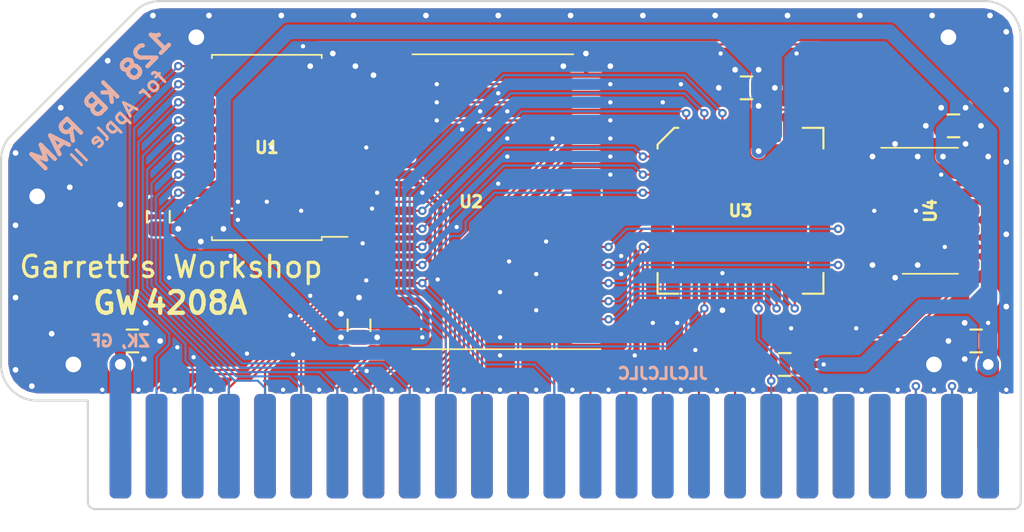
<source format=kicad_pcb>
(kicad_pcb (version 20171130) (host pcbnew "(5.1.5-0-10_14)")
  (layers (0 F.Cu signal) (31 B.Cu signal) (34 B.Paste user) (35 F.Paste user) (36 B.SilkS user) (37 F.SilkS user) (38 B.Mask user) (39 F.Mask user) (44 Edge.Cuts user))
  (net 0 "")
  (net 1 +5V)
  (net 2 GND)
  (net 3 /A4)
  (net 4 /D7)
  (net 5 /D6)
  (net 6 /A8)
  (net 7 /A7)
  (net 8 /A6)
  (net 9 /A5)
  (net 10 /A3)
  (net 11 /A2)
  (net 12 /A1)
  (net 13 /A0)
  (net 14 /A9)
  (net 15 /D1)
  (net 16 /D5)
  (net 17 /D0)
  (net 18 /D2)
  (net 19 /D3)
  (net 20 /D4)
  (net 21 /A10)
  (net 22 +12V)
  (net 23 -12V)
  (net 24 -5V)
  (net 25 /~IOSEL~)
  (net 26 /A11)
  (net 27 /A12)
  (net 28 /A13)
  (net 29 /A14)
  (net 30 /A15)
  (net 31 /~IOSTRB~)
  (net 32 /RDY)
  (net 33 /DMA)
  (net 34 /~NMI~)
  (net 35 /~IRQ~)
  (net 36 /~RES~)
  (net 37 /~INH~)
  (net 38 /COLORREF)
  (net 39 /7M)
  (net 40 /Q3)
  (net 41 /PHI1)
  (net 42 /USER1)
  (net 43 /PHI0)
  (net 44 /~DEVSEL~)
  (net 45 /INTin)
  (net 46 /DMAin)
  (net 47 /VIDSYNC)
  (net 48 /R~WE~)
  (net 49 /R~CS~)
  (net 50 /RA15)
  (net 51 /RA16)
  (net 52 /RA14)
  (net 53 /RA12)
  (net 54 /RD7)
  (net 55 /RD6)
  (net 56 /RD5)
  (net 57 /RD4)
  (net 58 /RD3)
  (net 59 /RD2)
  (net 60 /RD1)
  (net 61 /RD0)
  (net 62 "Net-(U2-Pad1)")
  (net 63 /BankAB)
  (net 64 /ENWR1)
  (net 65 /~INH~b)
  (net 66 /ENRD)
  (net 67 /ENWR)
  (net 68 "Net-(U4-Pad12)")
  (net 69 "Net-(U4-Pad10)")
  (net 70 /R~CS~1)
  (module stdpads:AppleIIBus_Edge (layer F.Cu) (at 106.68 135.382)
    (fp_text reference J1 hide)
    (fp_text value AppleIIBus)
    (pad 26 smd roundrect (at 30.48 -0.1 180) (size 1.524 7.34) (layers B.Cu B.Mask) (net 2 GND))
    (pad 27 smd roundrect (at 27.94 -0.1 180) (size 1.524 7.34) (layers B.Cu B.Mask) (net 46 /DMAin))
    (pad 28 smd roundrect (at 25.4 -0.1 180) (size 1.524 7.34) (layers B.Cu B.Mask) (net 45 /INTin))
    (pad 50 smd roundrect (at -30.48 -0.1 180) (size 1.524 7.34) (layers B.Cu B.Mask) (net 22 +12V))
    (pad 49 smd roundrect (at -27.94 -0.1 180) (size 1.524 7.34) (layers B.Cu B.Mask) (net 17 /D0))
    (pad 48 smd roundrect (at -25.4 -0.1 180) (size 1.524 7.34) (layers B.Cu B.Mask) (net 15 /D1))
    (pad 47 smd roundrect (at -22.86 -0.1 180) (size 1.524 7.34) (layers B.Cu B.Mask) (net 18 /D2))
    (pad 46 smd roundrect (at -20.32 -0.1 180) (size 1.524 7.34) (layers B.Cu B.Mask) (net 19 /D3))
    (pad 45 smd roundrect (at -17.78 -0.1 180) (size 1.524 7.34) (layers B.Cu B.Mask) (net 20 /D4))
    (pad 44 smd roundrect (at -15.24 -0.1 180) (size 1.524 7.34) (layers B.Cu B.Mask) (net 16 /D5))
    (pad 43 smd roundrect (at -12.7 -0.1 180) (size 1.524 7.34) (layers B.Cu B.Mask) (net 5 /D6))
    (pad 42 smd roundrect (at -10.16 -0.1 180) (size 1.524 7.34) (layers B.Cu B.Mask) (net 4 /D7))
    (pad 41 smd roundrect (at -7.62 -0.1 180) (size 1.524 7.34) (layers B.Cu B.Mask) (net 44 /~DEVSEL~))
    (pad 40 smd roundrect (at -5.08 -0.1 180) (size 1.524 7.34) (layers B.Cu B.Mask) (net 43 /PHI0))
    (pad 39 smd roundrect (at -2.54 -0.1 180) (size 1.524 7.34) (layers B.Cu B.Mask) (net 42 /USER1))
    (pad 38 smd roundrect (at 0 -0.1 180) (size 1.524 7.34) (layers B.Cu B.Mask) (net 41 /PHI1))
    (pad 37 smd roundrect (at 2.54 -0.1 180) (size 1.524 7.34) (layers B.Cu B.Mask) (net 40 /Q3))
    (pad 36 smd roundrect (at 5.08 -0.1 180) (size 1.524 7.34) (layers B.Cu B.Mask) (net 39 /7M))
    (pad 35 smd roundrect (at 7.62 -0.1 180) (size 1.524 7.34) (layers B.Cu B.Mask) (net 38 /COLORREF))
    (pad 34 smd roundrect (at 10.16 -0.1 180) (size 1.524 7.34) (layers B.Cu B.Mask) (net 24 -5V))
    (pad 33 smd roundrect (at 12.7 -0.1 180) (size 1.524 7.34) (layers B.Cu B.Mask) (net 23 -12V))
    (pad 32 smd roundrect (at 15.24 -0.1 180) (size 1.524 7.34) (layers B.Cu B.Mask) (net 37 /~INH~))
    (pad 31 smd roundrect (at 17.78 -0.1 180) (size 1.524 7.34) (layers B.Cu B.Mask) (net 36 /~RES~))
    (pad 30 smd roundrect (at 20.32 -0.1 180) (size 1.524 7.34) (layers B.Cu B.Mask) (net 35 /~IRQ~))
    (pad 29 smd roundrect (at 22.86 -0.1 180) (size 1.524 7.34) (layers B.Cu B.Mask) (net 34 /~NMI~))
    (pad 25 smd roundrect (at 30.48 -0.1 180) (size 1.524 7.34) (layers F.Cu F.Mask) (net 1 +5V))
    (pad 24 smd roundrect (at 27.94 -0.1 180) (size 1.524 7.34) (layers F.Cu F.Mask) (net 46 /DMAin))
    (pad 23 smd roundrect (at 25.4 -0.1 180) (size 1.524 7.34) (layers F.Cu F.Mask) (net 45 /INTin))
    (pad 22 smd roundrect (at 22.86 -0.1 180) (size 1.524 7.34) (layers F.Cu F.Mask) (net 33 /DMA))
    (pad 21 smd roundrect (at 20.32 -0.1 180) (size 1.524 7.34) (layers F.Cu F.Mask) (net 32 /RDY))
    (pad 20 smd roundrect (at 17.78 -0.1 180) (size 1.524 7.34) (layers F.Cu F.Mask) (net 31 /~IOSTRB~))
    (pad 19 smd roundrect (at 15.24 -0.1 180) (size 1.524 7.34) (layers F.Cu F.Mask) (net 47 /VIDSYNC))
    (pad 18 smd roundrect (at 12.7 -0.1 180) (size 1.524 7.34) (layers F.Cu F.Mask) (net 48 /R~WE~))
    (pad 17 smd roundrect (at 10.16 -0.1 180) (size 1.524 7.34) (layers F.Cu F.Mask) (net 30 /A15))
    (pad 16 smd roundrect (at 7.62 -0.1 180) (size 1.524 7.34) (layers F.Cu F.Mask) (net 29 /A14))
    (pad 15 smd roundrect (at 5.08 -0.1 180) (size 1.524 7.34) (layers F.Cu F.Mask) (net 28 /A13))
    (pad 14 smd roundrect (at 2.54 -0.1 180) (size 1.524 7.34) (layers F.Cu F.Mask) (net 27 /A12))
    (pad 13 smd roundrect (at 0 -0.1 180) (size 1.524 7.34) (layers F.Cu F.Mask) (net 26 /A11))
    (pad 12 smd roundrect (at -2.54 -0.1 180) (size 1.524 7.34) (layers F.Cu F.Mask) (net 21 /A10))
    (pad 11 smd roundrect (at -5.08 -0.1 180) (size 1.524 7.34) (layers F.Cu F.Mask) (net 14 /A9))
    (pad 10 smd roundrect (at -7.62 -0.1 180) (size 1.524 7.34) (layers F.Cu F.Mask) (net 6 /A8))
    (pad 9 smd roundrect (at -10.16 -0.1 180) (size 1.524 7.34) (layers F.Cu F.Mask) (net 7 /A7))
    (pad 8 smd roundrect (at -12.7 -0.1 180) (size 1.524 7.34) (layers F.Cu F.Mask) (net 8 /A6))
    (pad 7 smd roundrect (at -15.24 -0.1 180) (size 1.524 7.34) (layers F.Cu F.Mask) (net 9 /A5))
    (pad 6 smd roundrect (at -17.78 -0.1 180) (size 1.524 7.34) (layers F.Cu F.Mask) (net 3 /A4))
    (pad 5 smd roundrect (at -20.32 -0.1 180) (size 1.524 7.34) (layers F.Cu F.Mask) (net 10 /A3))
    (pad 4 smd roundrect (at -22.86 -0.1 180) (size 1.524 7.34) (layers F.Cu F.Mask) (net 11 /A2))
    (pad 3 smd roundrect (at -25.4 -0.1 180) (size 1.524 7.34) (layers F.Cu F.Mask) (net 12 /A1))
    (pad 2 smd roundrect (at -27.94 -0.1 180) (size 1.524 7.34) (layers F.Cu F.Mask) (net 13 /A0))
    (pad 1 smd roundrect (at -30.48 -0.1 180) (size 1.524 7.34) (layers F.Cu F.Mask) (net 25 /~IOSEL~))
  )
  (module stdpads:C_0805 (layer F.Cu) (at 77.05 127.889)
    (fp_text reference C5 hide)
    (fp_text value 2u2 hide)
    (pad 2 smd roundrect (at 0.85 0) (size 1.05 1.4) (layers F.Cu F.Paste F.Mask) (net 2 GND))
    (pad 1 smd roundrect (at -0.85 0) (size 1.05 1.4) (layers F.Cu F.Paste F.Mask) (net 22 +12V))
  )
  (module stdpads:PLCC-28 (layer F.Cu) (at 119.761 118.745)
    (fp_text reference U3 (at 0 0) (layer F.SilkS) (effects (font (size 0.8128 0.8128) (thickness 0.2032))))
    (fp_text value GAL22V10)
    (pad 1 smd roundrect (at 0 -5.5675) (size 0.6 1.475) (layers F.Cu F.Paste F.Mask))
    (pad 2 smd roundrect (at -1.27 -5.5675) (size 0.6 1.475) (layers F.Cu F.Paste F.Mask) (net 44 /~DEVSEL~))
    (pad 3 smd roundrect (at -2.54 -5.5675) (size 0.6 1.475) (layers F.Cu F.Paste F.Mask) (net 41 /PHI1))
    (pad 4 smd roundrect (at -3.81 -5.5675) (size 0.6 1.475) (layers F.Cu F.Paste F.Mask) (net 13 /A0))
    (pad 5 smd roundrect (at -5.5625 -3.81) (size 1.475 0.6) (layers F.Cu F.Paste F.Mask) (net 12 /A1))
    (pad 6 smd roundrect (at -5.5625 -2.54) (size 1.475 0.6) (layers F.Cu F.Paste F.Mask) (net 11 /A2))
    (pad 7 smd roundrect (at -5.5625 -1.27) (size 1.475 0.6) (layers F.Cu F.Paste F.Mask) (net 10 /A3))
    (pad 8 smd roundrect (at -5.5625 0) (size 1.475 0.6) (layers F.Cu F.Paste F.Mask))
    (pad 9 smd roundrect (at -5.5625 1.27) (size 1.475 0.6) (layers F.Cu F.Paste F.Mask) (net 27 /A12))
    (pad 10 smd roundrect (at -5.5625 2.54) (size 1.475 0.6) (layers F.Cu F.Paste F.Mask) (net 28 /A13))
    (pad 11 smd roundrect (at -5.5625 3.81) (size 1.475 0.6) (layers F.Cu F.Paste F.Mask) (net 29 /A14))
    (pad 12 smd roundrect (at -3.81 5.5675) (size 0.6 1.475) (layers F.Cu F.Paste F.Mask) (net 30 /A15))
    (pad 13 smd roundrect (at -2.54 5.5675) (size 0.6 1.475) (layers F.Cu F.Paste F.Mask) (net 48 /R~WE~))
    (pad 14 smd roundrect (at -1.27 5.5675) (size 0.6 1.475) (layers F.Cu F.Paste F.Mask) (net 2 GND))
    (pad 15 smd roundrect (at 0 5.5675) (size 0.6 1.475) (layers F.Cu F.Paste F.Mask))
    (pad 16 smd roundrect (at 1.27 5.5675) (size 0.6 1.475) (layers F.Cu F.Paste F.Mask) (net 36 /~RES~))
    (pad 17 smd roundrect (at 2.54 5.5675) (size 0.6 1.475) (layers F.Cu F.Paste F.Mask) (net 51 /RA16))
    (pad 18 smd roundrect (at 3.81 5.5675) (size 0.6 1.475) (layers F.Cu F.Paste F.Mask) (net 50 /RA15))
    (pad 19 smd roundrect (at 5.5625 3.81) (size 1.475 0.6) (layers F.Cu F.Paste F.Mask) (net 52 /RA14))
    (pad 20 smd roundrect (at 5.5625 2.54) (size 1.475 0.6) (layers F.Cu F.Paste F.Mask) (net 64 /ENWR1))
    (pad 21 smd roundrect (at 5.5625 1.27) (size 1.475 0.6) (layers F.Cu F.Paste F.Mask) (net 53 /RA12))
    (pad 22 smd roundrect (at 5.5625 0) (size 1.475 0.6) (layers F.Cu F.Paste F.Mask))
    (pad 23 smd roundrect (at 5.5625 -1.27) (size 1.475 0.6) (layers F.Cu F.Paste F.Mask) (net 65 /~INH~b))
    (pad 24 smd roundrect (at 5.5625 -2.54) (size 1.475 0.6) (layers F.Cu F.Paste F.Mask) (net 63 /BankAB))
    (pad 25 smd roundrect (at 5.5625 -3.81) (size 1.475 0.6) (layers F.Cu F.Paste F.Mask) (net 66 /ENRD))
    (pad 26 smd roundrect (at 3.81 -5.5675) (size 0.6 1.475) (layers F.Cu F.Paste F.Mask) (net 67 /ENWR))
    (pad 27 smd roundrect (at 2.54 -5.5675) (size 0.6 1.475) (layers F.Cu F.Paste F.Mask) (net 70 /R~CS~1))
    (pad 28 smd roundrect (at 1.27 -5.5675) (size 0.6 1.475) (layers F.Cu F.Paste F.Mask) (net 1 +5V))
  )
  (module stdpads:Fiducial (layer F.Cu) (at 78.994 106.553 180)
    (fp_text reference FID3 hide)
    (fp_text value Fiducial hide)
    (pad ~ smd circle (at 0 0 180) (size 1 1) (layers F.Cu F.Mask) (clearance 0.575))
  )
  (module stdpads:PasteHole_1.1mm_PTH (layer F.Cu) (at 81.534 106.553 180)
    (fp_text reference H3 hide)
    (fp_text value " " hide)
    (pad 1 thru_hole circle (at 0 0 180) (size 2 2) (drill 1.1) (layers *.Cu *.Mask) (net 2 GND))
  )
  (module stdpads:Fiducial (layer F.Cu) (at 70.358 115.189 90)
    (fp_text reference FID2 hide)
    (fp_text value Fiducial hide)
    (pad ~ smd circle (at 0 0 90) (size 1 1) (layers F.Cu F.Mask) (clearance 0.575))
  )
  (module stdpads:Fiducial (layer F.Cu) (at 136.906 106.553 270)
    (fp_text reference FID1 hide)
    (fp_text value Fiducial hide)
    (pad ~ smd circle (at 0 0 270) (size 1 1) (layers F.Cu F.Mask) (clearance 0.575))
  )
  (module stdpads:Fiducial (layer F.Cu) (at 70.358 129.54)
    (fp_text reference FID5 hide)
    (fp_text value Fiducial hide)
    (pad ~ smd circle (at 0 0) (size 1 1) (layers F.Cu F.Mask) (clearance 0.575))
  )
  (module stdpads:Fiducial (layer F.Cu) (at 136.906 124.841)
    (fp_text reference FID4 hide)
    (fp_text value Fiducial hide)
    (pad ~ smd circle (at 0 0) (size 1 1) (layers F.Cu F.Mask) (clearance 0.575))
  )
  (module stdpads:PasteHole_1.1mm_PTH (layer F.Cu) (at 70.358 117.729 90)
    (fp_text reference H2 hide)
    (fp_text value " " hide)
    (pad 1 thru_hole circle (at 0 0 90) (size 2 2) (drill 1.1) (layers *.Cu *.Mask) (net 2 GND))
  )
  (module stdpads:PasteHole_1.1mm_PTH (layer F.Cu) (at 134.366 106.553 270)
    (fp_text reference H1 hide)
    (fp_text value " " hide)
    (pad 1 thru_hole circle (at 0 0 270) (size 2 2) (drill 1.1) (layers *.Cu *.Mask) (net 2 GND))
  )
  (module stdpads:PasteHole_1.1mm_PTH (layer F.Cu) (at 133.35 129.54)
    (fp_text reference H4 hide)
    (fp_text value " " hide)
    (pad 1 thru_hole circle (at 0 0) (size 2 2) (drill 1.1) (layers *.Cu *.Mask) (net 2 GND))
  )
  (module stdpads:PasteHole_1.1mm_PTH (layer F.Cu) (at 72.898 129.54)
    (fp_text reference H5 hide)
    (fp_text value " " hide)
    (pad 1 thru_hole circle (at 0 0) (size 2 2) (drill 1.1) (layers *.Cu *.Mask) (net 2 GND))
  )
  (module stdpads:C_0805 (layer F.Cu) (at 120.181 110.109 180)
    (fp_text reference C3 hide)
    (fp_text value 2u2 hide)
    (pad 2 smd roundrect (at 0.85 0 180) (size 1.05 1.4) (layers F.Cu F.Paste F.Mask) (net 2 GND))
    (pad 1 smd roundrect (at -0.85 0 180) (size 1.05 1.4) (layers F.Cu F.Paste F.Mask) (net 1 +5V))
  )
  (module stdpads:C_0805 (layer F.Cu) (at 136.31 127.889 180)
    (fp_text reference C1 hide)
    (fp_text value 2u2 hide)
    (pad 1 smd roundrect (at -0.85 0 180) (size 1.05 1.4) (layers F.Cu F.Paste F.Mask) (net 1 +5V))
    (pad 2 smd roundrect (at 0.85 0 180) (size 1.05 1.4) (layers F.Cu F.Paste F.Mask) (net 2 GND))
  )
  (module stdpads:C_0805 (layer F.Cu) (at 92.964 126.785 90)
    (fp_text reference C2 hide)
    (fp_text value 2u2 hide)
    (pad 1 smd roundrect (at -0.85 0 90) (size 1.05 1.4) (layers F.Cu F.Paste F.Mask) (net 1 +5V))
    (pad 2 smd roundrect (at 0.85 0 90) (size 1.05 1.4) (layers F.Cu F.Paste F.Mask) (net 2 GND))
  )
  (module stdpads:SOIC-20W_7.5mm (layer F.Cu) (at 86.487 114.3 180)
    (fp_text reference U1 (at 0 0) (layer F.SilkS) (effects (font (size 0.8182 0.8128) (thickness 0.2032))))
    (fp_text value 74HCT245)
    (pad 1 smd roundrect (at -4.65 -5.715 180) (size 2.05 0.6) (layers F.Cu F.Paste F.Mask) (net 48 /R~WE~))
    (pad 2 smd roundrect (at -4.65 -4.445 180) (size 2.05 0.6) (layers F.Cu F.Paste F.Mask) (net 61 /RD0))
    (pad 3 smd roundrect (at -4.65 -3.175 180) (size 2.05 0.6) (layers F.Cu F.Paste F.Mask) (net 60 /RD1))
    (pad 4 smd roundrect (at -4.65 -1.905 180) (size 2.05 0.6) (layers F.Cu F.Paste F.Mask) (net 59 /RD2))
    (pad 5 smd roundrect (at -4.65 -0.635 180) (size 2.05 0.6) (layers F.Cu F.Paste F.Mask) (net 58 /RD3))
    (pad 6 smd roundrect (at -4.65 0.635 180) (size 2.05 0.6) (layers F.Cu F.Paste F.Mask) (net 57 /RD4))
    (pad 7 smd roundrect (at -4.65 1.905 180) (size 2.05 0.6) (layers F.Cu F.Paste F.Mask) (net 56 /RD5))
    (pad 8 smd roundrect (at -4.65 3.175 180) (size 2.05 0.6) (layers F.Cu F.Paste F.Mask) (net 55 /RD6))
    (pad 9 smd roundrect (at -4.65 4.445 180) (size 2.05 0.6) (layers F.Cu F.Paste F.Mask) (net 54 /RD7))
    (pad 10 smd roundrect (at -4.65 5.715 180) (size 2.05 0.6) (layers F.Cu F.Paste F.Mask) (net 2 GND))
    (pad 11 smd roundrect (at 4.65 5.715 180) (size 2.05 0.6) (layers F.Cu F.Paste F.Mask) (net 17 /D0))
    (pad 12 smd roundrect (at 4.65 4.445 180) (size 2.05 0.6) (layers F.Cu F.Paste F.Mask) (net 15 /D1))
    (pad 13 smd roundrect (at 4.65 3.175 180) (size 2.05 0.6) (layers F.Cu F.Paste F.Mask) (net 18 /D2))
    (pad 14 smd roundrect (at 4.65 1.905 180) (size 2.05 0.6) (layers F.Cu F.Paste F.Mask) (net 19 /D3))
    (pad 15 smd roundrect (at 4.65 0.635 180) (size 2.05 0.6) (layers F.Cu F.Paste F.Mask) (net 20 /D4))
    (pad 16 smd roundrect (at 4.65 -0.635 180) (size 2.05 0.6) (layers F.Cu F.Paste F.Mask) (net 16 /D5))
    (pad 17 smd roundrect (at 4.65 -1.905 180) (size 2.05 0.6) (layers F.Cu F.Paste F.Mask) (net 5 /D6))
    (pad 18 smd roundrect (at 4.65 -3.175 180) (size 2.05 0.6) (layers F.Cu F.Paste F.Mask) (net 4 /D7))
    (pad 19 smd roundrect (at 4.65 -4.445 180) (size 2.05 0.6) (layers F.Cu F.Paste F.Mask) (net 49 /R~CS~))
    (pad 20 smd roundrect (at 4.65 -5.715 180) (size 2.05 0.6) (layers F.Cu F.Paste F.Mask) (net 1 +5V))
  )
  (module stdpads:SOP-32_P1.27mm (layer F.Cu) (at 102.362 118.11 180)
    (fp_text reference U2 (at 1.524 0) (layer F.SilkS) (effects (font (size 0.8128 0.8128) (thickness 0.2032))))
    (fp_text value LY621024)
    (pad 1 smd roundrect (at -6.55 -9.525 180) (size 2.05 0.6) (layers F.Cu F.Paste F.Mask) (net 62 "Net-(U2-Pad1)"))
    (pad 2 smd roundrect (at -6.55 -8.255 180) (size 2.05 0.6) (layers F.Cu F.Paste F.Mask) (net 51 /RA16))
    (pad 3 smd roundrect (at -6.55 -6.985 180) (size 2.05 0.6) (layers F.Cu F.Paste F.Mask) (net 50 /RA15))
    (pad 4 smd roundrect (at -6.55 -5.715 180) (size 2.05 0.6) (layers F.Cu F.Paste F.Mask) (net 52 /RA14))
    (pad 5 smd roundrect (at -6.55 -4.445 180) (size 2.05 0.6) (layers F.Cu F.Paste F.Mask) (net 28 /A13))
    (pad 6 smd roundrect (at -6.55 -3.175 180) (size 2.05 0.6) (layers F.Cu F.Paste F.Mask) (net 53 /RA12))
    (pad 7 smd roundrect (at -6.55 -1.905 180) (size 2.05 0.6) (layers F.Cu F.Paste F.Mask) (net 26 /A11))
    (pad 8 smd roundrect (at -6.55 -0.635 180) (size 2.05 0.6) (layers F.Cu F.Paste F.Mask) (net 21 /A10))
    (pad 9 smd roundrect (at -6.55 0.635 180) (size 2.05 0.6) (layers F.Cu F.Paste F.Mask) (net 14 /A9))
    (pad 10 smd roundrect (at -6.55 1.905 180) (size 2.05 0.6) (layers F.Cu F.Paste F.Mask) (net 6 /A8))
    (pad 11 smd roundrect (at -6.55 3.175 180) (size 2.05 0.6) (layers F.Cu F.Paste F.Mask) (net 7 /A7))
    (pad 12 smd roundrect (at -6.55 4.445 180) (size 2.05 0.6) (layers F.Cu F.Paste F.Mask) (net 8 /A6))
    (pad 13 smd roundrect (at -6.55 5.715 180) (size 2.05 0.6) (layers F.Cu F.Paste F.Mask) (net 58 /RD3))
    (pad 14 smd roundrect (at -6.55 6.985 180) (size 2.05 0.6) (layers F.Cu F.Paste F.Mask) (net 59 /RD2))
    (pad 15 smd roundrect (at -6.55 8.255 180) (size 2.05 0.6) (layers F.Cu F.Paste F.Mask) (net 60 /RD1))
    (pad 16 smd roundrect (at -6.55 9.525 180) (size 2.05 0.6) (layers F.Cu F.Paste F.Mask) (net 2 GND))
    (pad 17 smd roundrect (at 6.55 9.525 180) (size 2.05 0.6) (layers F.Cu F.Paste F.Mask) (net 61 /RD0))
    (pad 18 smd roundrect (at 6.55 8.255 180) (size 2.05 0.6) (layers F.Cu F.Paste F.Mask) (net 54 /RD7))
    (pad 19 smd roundrect (at 6.55 6.985 180) (size 2.05 0.6) (layers F.Cu F.Paste F.Mask) (net 55 /RD6))
    (pad 20 smd roundrect (at 6.55 5.715 180) (size 2.05 0.6) (layers F.Cu F.Paste F.Mask) (net 56 /RD5))
    (pad 21 smd roundrect (at 6.55 4.445 180) (size 2.05 0.6) (layers F.Cu F.Paste F.Mask) (net 57 /RD4))
    (pad 22 smd roundrect (at 6.55 3.175 180) (size 2.05 0.6) (layers F.Cu F.Paste F.Mask) (net 49 /R~CS~))
    (pad 23 smd roundrect (at 6.55 1.905 180) (size 2.05 0.6) (layers F.Cu F.Paste F.Mask) (net 9 /A5))
    (pad 24 smd roundrect (at 6.55 0.635 180) (size 2.05 0.6) (layers F.Cu F.Paste F.Mask) (net 2 GND))
    (pad 25 smd roundrect (at 6.55 -0.635 180) (size 2.05 0.6) (layers F.Cu F.Paste F.Mask) (net 13 /A0))
    (pad 26 smd roundrect (at 6.55 -1.905 180) (size 2.05 0.6) (layers F.Cu F.Paste F.Mask) (net 12 /A1))
    (pad 27 smd roundrect (at 6.55 -3.175 180) (size 2.05 0.6) (layers F.Cu F.Paste F.Mask) (net 11 /A2))
    (pad 28 smd roundrect (at 6.55 -4.445 180) (size 2.05 0.6) (layers F.Cu F.Paste F.Mask) (net 10 /A3))
    (pad 29 smd roundrect (at 6.55 -5.715 180) (size 2.05 0.6) (layers F.Cu F.Paste F.Mask) (net 48 /R~WE~))
    (pad 30 smd roundrect (at 6.55 -6.985 180) (size 2.05 0.6) (layers F.Cu F.Paste F.Mask) (net 1 +5V))
    (pad 31 smd roundrect (at 6.55 -8.255 180) (size 2.05 0.6) (layers F.Cu F.Paste F.Mask) (net 3 /A4))
    (pad 32 smd roundrect (at 6.55 -9.525 180) (size 2.05 0.6) (layers F.Cu F.Paste F.Mask) (net 1 +5V))
  )
  (module stdpads:C_0805 (layer F.Cu) (at 134.7225 112.776 180)
    (fp_text reference C4 hide)
    (fp_text value 2u2 hide)
    (pad 1 smd roundrect (at -0.85 0 180) (size 1.05 1.4) (layers F.Cu F.Paste F.Mask) (net 1 +5V))
    (pad 2 smd roundrect (at 0.85 0 180) (size 1.05 1.4) (layers F.Cu F.Paste F.Mask) (net 2 GND))
  )
  (module stdpads:SOIC-14_3.9mm (layer F.Cu) (at 133.096 118.745)
    (fp_text reference U4 (at 0 0 90) (layer F.SilkS) (effects (font (size 0.8128 0.8128) (thickness 0.2032))))
    (fp_text value 74LS125)
    (pad 14 smd roundrect (at 2.475 -3.81) (size 1.95 0.6) (layers F.Cu F.Paste F.Mask) (net 1 +5V))
    (pad 7 smd roundrect (at -2.475 3.81) (size 1.95 0.6) (layers F.Cu F.Paste F.Mask) (net 2 GND))
    (pad 12 smd roundrect (at 2.475 -1.27) (size 1.95 0.6) (layers F.Cu F.Paste F.Mask) (net 68 "Net-(U4-Pad12)"))
    (pad 8 smd roundrect (at 2.475 3.81) (size 1.95 0.6) (layers F.Cu F.Paste F.Mask) (net 37 /~INH~))
    (pad 13 smd roundrect (at 2.475 -2.54) (size 1.95 0.6) (layers F.Cu F.Paste F.Mask) (net 2 GND))
    (pad 6 smd roundrect (at -2.475 2.54) (size 1.95 0.6) (layers F.Cu F.Paste F.Mask) (net 68 "Net-(U4-Pad12)"))
    (pad 9 smd roundrect (at 2.475 2.54) (size 1.95 0.6) (layers F.Cu F.Paste F.Mask) (net 2 GND))
    (pad 10 smd roundrect (at 2.475 1.27) (size 1.95 0.6) (layers F.Cu F.Paste F.Mask) (net 69 "Net-(U4-Pad10)"))
    (pad 11 smd roundrect (at 2.475 0) (size 1.95 0.6) (layers F.Cu F.Paste F.Mask) (net 69 "Net-(U4-Pad10)"))
    (pad 2 smd roundrect (at -2.475 -2.54) (size 1.95 0.6) (layers F.Cu F.Paste F.Mask) (net 70 /R~CS~1))
    (pad 1 smd roundrect (at -2.475 -3.81) (size 1.95 0.6) (layers F.Cu F.Paste F.Mask) (net 2 GND))
    (pad 4 smd roundrect (at -2.475 0) (size 1.95 0.6) (layers F.Cu F.Paste F.Mask) (net 2 GND))
    (pad 3 smd roundrect (at -2.475 -1.27) (size 1.95 0.6) (layers F.Cu F.Paste F.Mask) (net 49 /R~CS~))
    (pad 5 smd roundrect (at -2.475 1.27) (size 1.95 0.6) (layers F.Cu F.Paste F.Mask) (net 65 /~INH~b))
  )
  (module stdpads:R_0805 (layer F.Cu) (at 122.87 129.54 180)
    (fp_text reference R1 hide)
    (fp_text value 1k hide)
    (pad 1 smd roundrect (at -0.95 0 180) (size 0.85 1.4) (layers F.Cu F.Paste F.Mask) (net 1 +5V))
    (pad 2 smd roundrect (at 0.95 0 180) (size 0.85 1.4) (layers F.Cu F.Paste F.Mask) (net 37 /~INH~))
  )
  (module stdpads:C_0805 (layer F.Cu) (at 78.867 119.165 90)
    (fp_text reference C6)
    (fp_text value 2u2)
    (pad 1 smd roundrect (at -0.85 0 90) (size 1.05 1.4) (layers F.Cu F.Paste F.Mask) (net 1 +5V))
    (pad 2 smd roundrect (at 0.85 0 90) (size 1.05 1.4) (layers F.Cu F.Paste F.Mask) (net 2 GND))
  )
  (gr_text JLCJLCJLC (at 114.3 130.175) (layer B.SilkS) (effects (font (size 0.8128 0.8128) (thickness 0.2032)) (justify mirror)))
  (gr_text "Garrett’s Workshop" (at 79.756 122.682) (layer F.SilkS) (effects (font (size 1.5 1.5) (thickness 0.225))))
  (gr_text "ZK, GF" (at 76.2 127.889) (layer B.SilkS) (effects (font (size 0.8128 0.8128) (thickness 0.2032)) (justify mirror)))
  (gr_line (start 139.446 106.553) (end 139.446 132.08) (layer Edge.Cuts) (width 0.15))
  (gr_line (start 68.326001 113.664999) (end 77.47 104.521) (layer Edge.Cuts) (width 0.15))
  (gr_line (start 67.818 115.189) (end 67.818 129.54) (layer Edge.Cuts) (width 0.15))
  (gr_arc (start 78.994 106.553) (end 78.994 104.013) (angle -36.86989765) (layer Edge.Cuts) (width 0.15))
  (gr_line (start 78.994 104.013) (end 136.906 104.013) (layer Edge.Cuts) (width 0.15))
  (gr_line (start 70.358 132.08) (end 73.914 132.08) (layer Edge.Cuts) (width 0.15))
  (gr_arc (start 70.358 115.189) (end 67.818 115.189) (angle 36.86992923) (layer Edge.Cuts) (width 0.15))
  (gr_arc (start 136.906 106.553) (end 139.446 106.553) (angle -90) (layer Edge.Cuts) (width 0.15))
  (gr_text GW (at 75.946 125.222) (layer F.SilkS) (effects (font (size 1.524 1.524) (thickness 0.3))))
  (gr_text "for Apple II" (at 76.073 112.268 45) (layer B.SilkS) (effects (font (size 1.016 1.016) (thickness 0.2)) (justify mirror)))
  (gr_text "128 kB RAM" (at 74.803 110.998 45) (layer B.SilkS) (effects (font (size 1.4 1.4) (thickness 0.3)) (justify mirror)))
  (gr_line (start 139.446 132.08) (end 139.446 139.192) (layer Edge.Cuts) (width 0.15))
  (gr_arc (start 70.358 129.54) (end 67.818 129.54) (angle -90) (layer Edge.Cuts) (width 0.15))
  (gr_text 4208A (at 81.534 125.222) (layer F.SilkS) (effects (font (size 1.524 1.524) (thickness 0.3))))
  (gr_line (start 73.914 132.08) (end 73.914 139.192) (layer Edge.Cuts) (width 0.15))
  (gr_arc (start 138.938 139.192) (end 138.938 139.7) (angle -90) (layer Edge.Cuts) (width 0.15))
  (gr_arc (start 74.422 139.192) (end 73.914 139.192) (angle -90) (layer Edge.Cuts) (width 0.15))
  (gr_line (start 138.938 139.7) (end 74.422 139.7) (layer Edge.Cuts) (width 0.15))
  (segment (start 92.964 127.635) (end 91.694 127.635) (width 0.762) (layer F.Cu) (net 1))
  (via (at 91.694 127.635) (size 0.8) (drill 0.4) (layers F.Cu B.Cu) (net 1))
  (via (at 97.409 127.635) (size 0.6) (drill 0.3) (layers F.Cu B.Cu) (net 1))
  (segment (start 95.812 127.635) (end 97.409 127.635) (width 0.508) (layer F.Cu) (net 1))
  (via (at 137.16 129.54) (size 1.524) (drill 0.762) (layers F.Cu B.Cu) (net 1))
  (segment (start 137.16 135.382) (end 137.16 129.54) (width 1.524) (layer F.Cu) (net 1))
  (via (at 137.16 126.619) (size 0.6) (drill 0.3) (layers F.Cu B.Cu) (net 1))
  (segment (start 137.16 127.889) (end 137.16 126.619) (width 0.762) (layer F.Cu) (net 1))
  (via (at 121.031 111.379) (size 0.8) (drill 0.4) (layers F.Cu B.Cu) (net 1))
  (segment (start 121.031 113.1775) (end 121.031 111.76) (width 0.508) (layer F.Cu) (net 1))
  (via (at 121.031 114.554) (size 0.8) (drill 0.4) (layers F.Cu B.Cu) (net 1))
  (segment (start 121.031 113.1775) (end 121.031 114.554) (width 0.508) (layer F.Cu) (net 1))
  (via (at 121.031 108.839) (size 0.8) (drill 0.4) (layers F.Cu B.Cu) (net 1))
  (segment (start 121.031 110.109) (end 121.031 108.839) (width 0.762) (layer F.Cu) (net 1))
  (via (at 122.174 110.109) (size 0.8) (drill 0.4) (layers F.Cu B.Cu) (net 1))
  (segment (start 121.031 110.109) (end 122.174 110.109) (width 0.762) (layer F.Cu) (net 1))
  (segment (start 121.031 110.109) (end 121.031 111.379) (width 0.762) (layer F.Cu) (net 1))
  (segment (start 97.663 127.381) (end 97.409 127.635) (width 0.508) (layer F.Cu) (net 1))
  (segment (start 97.663 125.603) (end 97.663 127.381) (width 0.508) (layer F.Cu) (net 1))
  (segment (start 97.155 125.095) (end 97.663 125.603) (width 0.508) (layer F.Cu) (net 1))
  (segment (start 95.812 125.095) (end 97.155 125.095) (width 0.508) (layer F.Cu) (net 1))
  (via (at 136.652 112.776) (size 0.8) (drill 0.4) (layers F.Cu B.Cu) (net 1))
  (segment (start 135.5725 112.776) (end 136.652 112.776) (width 0.762) (layer F.Cu) (net 1))
  (via (at 135.5725 111.506) (size 0.8) (drill 0.4) (layers F.Cu B.Cu) (net 1))
  (segment (start 135.5725 112.776) (end 135.5725 111.506) (width 0.762) (layer F.Cu) (net 1))
  (via (at 135.5725 114.046) (size 0.8) (drill 0.4) (layers F.Cu B.Cu) (net 1))
  (segment (start 135.5725 114.9335) (end 135.5725 114.046) (width 0.508) (layer F.Cu) (net 1))
  (via (at 133.985 114.935) (size 0.8) (drill 0.4) (layers F.Cu B.Cu) (net 1))
  (segment (start 135.571 114.935) (end 133.985 114.935) (width 0.508) (layer F.Cu) (net 1))
  (via (at 137.16 114.935) (size 0.8) (drill 0.4) (layers F.Cu B.Cu) (net 1))
  (segment (start 135.571 114.935) (end 137.16 114.935) (width 0.508) (layer F.Cu) (net 1))
  (segment (start 135.5725 114.046) (end 135.5725 112.776) (width 0.762) (layer F.Cu) (net 1))
  (via (at 94.234 127.635) (size 0.8) (drill 0.4) (layers F.Cu B.Cu) (net 1))
  (segment (start 95.812 127.635) (end 94.234 127.635) (width 0.508) (layer F.Cu) (net 1))
  (segment (start 94.234 127.635) (end 92.964 127.635) (width 0.762) (layer F.Cu) (net 1))
  (via (at 83.439 120.015) (size 0.8) (drill 0.4) (layers F.Cu B.Cu) (net 1))
  (segment (start 81.837 120.015) (end 83.439 120.015) (width 0.508) (layer F.Cu) (net 1))
  (via (at 81.8515 120.904) (size 0.8) (drill 0.4) (layers F.Cu B.Cu) (net 1))
  (segment (start 81.837 120.8895) (end 81.8515 120.904) (width 0.508) (layer F.Cu) (net 1))
  (segment (start 81.837 120.015) (end 81.837 120.8895) (width 0.508) (layer F.Cu) (net 1))
  (via (at 80.264 120.015) (size 0.8) (drill 0.4) (layers F.Cu B.Cu) (net 1))
  (segment (start 81.837 120.015) (end 80.264 120.015) (width 0.508) (layer F.Cu) (net 1))
  (segment (start 80.264 120.015) (end 78.867 120.015) (width 0.762) (layer F.Cu) (net 1))
  (segment (start 137.16 127.889) (end 137.16 129.54) (width 0.762) (layer F.Cu) (net 1))
  (segment (start 137.16 129.54) (end 137.16 126.619) (width 1.27) (layer B.Cu) (net 1))
  (segment (start 137.16 114.935) (end 133.985 114.935) (width 1.016) (layer B.Cu) (net 1))
  (segment (start 88.011 106.172) (end 83.439 110.744) (width 1.016) (layer B.Cu) (net 1))
  (segment (start 83.439 120.015) (end 83.439 110.744) (width 1.016) (layer B.Cu) (net 1))
  (segment (start 91.059 127.635) (end 91.694 127.635) (width 1.016) (layer B.Cu) (net 1))
  (segment (start 83.439 120.015) (end 91.059 127.635) (width 1.016) (layer B.Cu) (net 1))
  (segment (start 91.694 127.635) (end 94.234 127.635) (width 1.016) (layer B.Cu) (net 1))
  (segment (start 94.234 127.635) (end 97.409 127.635) (width 1.016) (layer B.Cu) (net 1))
  (segment (start 137.16 113.0935) (end 135.5725 111.506) (width 1.016) (layer B.Cu) (net 1))
  (segment (start 137.16 114.935) (end 137.16 113.0935) (width 1.016) (layer B.Cu) (net 1))
  (segment (start 133.985 113.0935) (end 135.5725 111.506) (width 1.016) (layer B.Cu) (net 1))
  (segment (start 135.5725 114.046) (end 135.5725 111.506) (width 1.016) (layer B.Cu) (net 1))
  (segment (start 136.271 114.046) (end 137.16 114.935) (width 1.016) (layer B.Cu) (net 1))
  (segment (start 135.5725 114.046) (end 136.271 114.046) (width 1.016) (layer B.Cu) (net 1))
  (segment (start 134.874 114.046) (end 133.985 114.935) (width 1.016) (layer B.Cu) (net 1))
  (segment (start 135.5725 114.046) (end 134.874 114.046) (width 1.016) (layer B.Cu) (net 1))
  (segment (start 136.652 114.427) (end 137.16 114.935) (width 1.016) (layer B.Cu) (net 1))
  (segment (start 135.5725 111.506) (end 135.5725 112.3315) (width 1.016) (layer B.Cu) (net 1))
  (segment (start 133.985 113.919) (end 133.985 113.0935) (width 1.016) (layer B.Cu) (net 1))
  (segment (start 135.5725 112.3315) (end 133.985 113.919) (width 1.016) (layer B.Cu) (net 1))
  (segment (start 133.985 114.935) (end 133.985 113.919) (width 1.016) (layer B.Cu) (net 1))
  (segment (start 135.5725 112.7125) (end 136.652 113.792) (width 1.016) (layer B.Cu) (net 1))
  (segment (start 135.5725 111.506) (end 135.5725 112.7125) (width 1.016) (layer B.Cu) (net 1))
  (segment (start 136.652 113.792) (end 136.652 114.427) (width 1.016) (layer B.Cu) (net 1))
  (segment (start 136.652 112.776) (end 136.652 113.792) (width 1.016) (layer B.Cu) (net 1))
  (segment (start 135.5725 111.506) (end 134.96925 110.90275) (width 1.016) (layer B.Cu) (net 1))
  (segment (start 134.96925 113.95075) (end 133.985 114.935) (width 1.016) (layer B.Cu) (net 1))
  (segment (start 134.96925 110.90275) (end 134.96925 113.95075) (width 1.016) (layer B.Cu) (net 1))
  (segment (start 81.153 120.904) (end 81.8515 120.904) (width 1.016) (layer B.Cu) (net 1))
  (segment (start 82.55 120.904) (end 83.439 120.015) (width 1.016) (layer B.Cu) (net 1))
  (segment (start 81.8515 120.904) (end 82.55 120.904) (width 1.016) (layer B.Cu) (net 1))
  (segment (start 84.328 120.904) (end 91.059 127.635) (width 1.016) (layer B.Cu) (net 1))
  (segment (start 81.8515 120.904) (end 84.328 120.904) (width 1.016) (layer B.Cu) (net 1))
  (segment (start 83.439 116.84) (end 83.439 110.744) (width 1.016) (layer B.Cu) (net 1))
  (segment (start 83.439 118.618) (end 81.153 120.904) (width 1.016) (layer B.Cu) (net 1))
  (segment (start 83.439 116.84) (end 83.439 118.618) (width 1.016) (layer B.Cu) (net 1))
  (segment (start 82.8675 117.4115) (end 82.8675 118.4275) (width 1.016) (layer B.Cu) (net 1))
  (segment (start 81.28 120.015) (end 83.439 120.015) (width 1.016) (layer B.Cu) (net 1))
  (segment (start 80.264 120.015) (end 81.28 120.015) (width 1.016) (layer B.Cu) (net 1))
  (segment (start 82.8675 118.4275) (end 81.28 120.015) (width 1.016) (layer B.Cu) (net 1))
  (segment (start 82.8675 117.4115) (end 83.439 116.84) (width 1.016) (layer B.Cu) (net 1))
  (segment (start 80.264 120.015) (end 81.153 120.904) (width 1.016) (layer B.Cu) (net 1))
  (segment (start 80.264 120.015) (end 82.8675 117.4115) (width 1.016) (layer B.Cu) (net 1))
  (segment (start 137.16 118.11) (end 137.16 126.619) (width 1.016) (layer B.Cu) (net 1))
  (segment (start 133.985 114.935) (end 137.16 118.11) (width 1.016) (layer B.Cu) (net 1))
  (segment (start 135.5725 114.046) (end 135.5725 115.1255) (width 1.016) (layer B.Cu) (net 1))
  (segment (start 135.5725 115.1255) (end 137.16 116.713) (width 1.016) (layer B.Cu) (net 1))
  (segment (start 136.525 114.935) (end 137.16 115.57) (width 1.016) (layer B.Cu) (net 1))
  (segment (start 133.985 114.935) (end 136.525 114.935) (width 1.016) (layer B.Cu) (net 1))
  (segment (start 137.16 115.57) (end 137.16 114.935) (width 1.016) (layer B.Cu) (net 1))
  (segment (start 137.16 116.713) (end 137.16 115.57) (width 1.016) (layer B.Cu) (net 1))
  (segment (start 121.031 114.554) (end 121.031 111.379) (width 1.016) (layer B.Cu) (net 1))
  (segment (start 121.031 111.379) (end 121.031 108.839) (width 1.016) (layer B.Cu) (net 1))
  (segment (start 118.364 106.172) (end 121.031 108.839) (width 1.016) (layer B.Cu) (net 1))
  (segment (start 88.011 106.172) (end 118.364 106.172) (width 1.016) (layer B.Cu) (net 1))
  (segment (start 130.2385 106.172) (end 134.96925 110.90275) (width 1.016) (layer B.Cu) (net 1))
  (segment (start 123.698 106.172) (end 130.2385 106.172) (width 1.016) (layer B.Cu) (net 1))
  (segment (start 121.031 108.839) (end 123.698 106.172) (width 1.016) (layer B.Cu) (net 1))
  (segment (start 121.031 108.839) (end 121.031 107.442) (width 1.016) (layer B.Cu) (net 1))
  (segment (start 121.031 107.442) (end 119.761 106.172) (width 1.016) (layer B.Cu) (net 1))
  (segment (start 118.364 106.172) (end 119.761 106.172) (width 1.016) (layer B.Cu) (net 1))
  (segment (start 121.031 107.442) (end 122.301 106.172) (width 1.016) (layer B.Cu) (net 1))
  (segment (start 122.301 106.172) (end 123.698 106.172) (width 1.016) (layer B.Cu) (net 1))
  (segment (start 121.031 108.839) (end 121.031 106.172) (width 1.016) (layer B.Cu) (net 1))
  (segment (start 121.031 106.172) (end 122.301 106.172) (width 1.016) (layer B.Cu) (net 1))
  (segment (start 119.761 106.172) (end 121.031 106.172) (width 1.016) (layer B.Cu) (net 1))
  (segment (start 122.174 109.982) (end 122.174 110.109) (width 1.016) (layer B.Cu) (net 1))
  (segment (start 122.174 110.109) (end 122.174 113.411) (width 1.016) (layer B.Cu) (net 1))
  (segment (start 122.174 107.696) (end 123.698 106.172) (width 1.016) (layer B.Cu) (net 1))
  (segment (start 122.174 110.109) (end 122.174 107.696) (width 1.016) (layer B.Cu) (net 1))
  (segment (start 122.174 113.411) (end 121.031 114.554) (width 1.016) (layer B.Cu) (net 1))
  (segment (start 121.539 114.046) (end 121.539 109.347) (width 1.016) (layer B.Cu) (net 1))
  (segment (start 121.031 114.554) (end 121.539 114.046) (width 1.016) (layer B.Cu) (net 1))
  (segment (start 121.539 109.347) (end 122.174 109.982) (width 1.016) (layer B.Cu) (net 1))
  (segment (start 121.031 108.839) (end 121.539 109.347) (width 1.016) (layer B.Cu) (net 1))
  (segment (start 137.16 126.619) (end 137.16 116.713) (width 1.016) (layer B.Cu) (net 1))
  (segment (start 136.017 125.476) (end 137.16 126.619) (width 1.016) (layer B.Cu) (net 1))
  (segment (start 132.461 125.476) (end 136.017 125.476) (width 1.016) (layer B.Cu) (net 1))
  (via (at 125.603 129.54) (size 0.6) (drill 0.3) (layers F.Cu B.Cu) (net 1))
  (segment (start 128.397 129.54) (end 132.461 125.476) (width 1.016) (layer B.Cu) (net 1))
  (segment (start 125.603 129.54) (end 128.397 129.54) (width 1.016) (layer B.Cu) (net 1))
  (segment (start 123.82 129.54) (end 125.603 129.54) (width 0.508) (layer F.Cu) (net 1))
  (segment (start 136.017 125.476) (end 137.16 124.333) (width 1.016) (layer B.Cu) (net 1))
  (segment (start 137.16 124.333) (end 137.16 114.935) (width 1.016) (layer B.Cu) (net 1))
  (segment (start 137.16 126.619) (end 137.287 126.492) (width 1.016) (layer B.Cu) (net 1))
  (segment (start 137.287 113.2205) (end 135.5725 111.506) (width 1.016) (layer B.Cu) (net 1))
  (segment (start 137.287 126.492) (end 137.287 113.2205) (width 1.016) (layer B.Cu) (net 1))
  (segment (start 137.16 129.54) (end 137.16 125.349) (width 1.27) (layer B.Cu) (net 1))
  (via (at 68.834 114.681) (size 0.8) (drill 0.4) (layers F.Cu B.Cu) (net 2))
  (via (at 68.834 124.841) (size 0.8) (drill 0.4) (layers F.Cu B.Cu) (net 2))
  (via (at 117.983 105.029) (size 0.8) (drill 0.4) (layers F.Cu B.Cu) (net 2))
  (via (at 112.903 105.029) (size 0.8) (drill 0.4) (layers F.Cu B.Cu) (net 2))
  (via (at 107.823 105.029) (size 0.8) (drill 0.4) (layers F.Cu B.Cu) (net 2))
  (via (at 102.743 105.029) (size 0.8) (drill 0.4) (layers F.Cu B.Cu) (net 2))
  (via (at 97.663 105.029) (size 0.8) (drill 0.4) (layers F.Cu B.Cu) (net 2))
  (via (at 92.583 105.029) (size 0.8) (drill 0.4) (layers F.Cu B.Cu) (net 2))
  (via (at 69.977 131.064) (size 0.8) (drill 0.4) (layers F.Cu B.Cu) (net 2))
  (via (at 68.834 129.921) (size 0.8) (drill 0.4) (layers F.Cu B.Cu) (net 2))
  (via (at 138.43 106.172) (size 0.8) (drill 0.4) (layers F.Cu B.Cu) (net 2))
  (via (at 137.287 105.029) (size 0.8) (drill 0.4) (layers F.Cu B.Cu) (net 2))
  (via (at 102.87 131.318) (size 0.6) (drill 0.3) (layers F.Cu B.Cu) (net 2))
  (via (at 105.41 131.318) (size 0.6) (drill 0.3) (layers F.Cu B.Cu) (net 2))
  (via (at 107.95 131.318) (size 0.6) (drill 0.3) (layers F.Cu B.Cu) (net 2))
  (via (at 110.49 131.318) (size 0.6) (drill 0.3) (layers F.Cu B.Cu) (net 2))
  (via (at 113.03 131.318) (size 0.6) (drill 0.3) (layers F.Cu B.Cu) (net 2))
  (via (at 115.57 131.318) (size 0.6) (drill 0.3) (layers F.Cu B.Cu) (net 2))
  (via (at 118.11 131.318) (size 0.6) (drill 0.3) (layers F.Cu B.Cu) (net 2))
  (via (at 100.33 131.318) (size 0.6) (drill 0.3) (layers F.Cu B.Cu) (net 2))
  (via (at 77.47 131.318) (size 0.6) (drill 0.3) (layers F.Cu B.Cu) (net 2))
  (via (at 138.43 110.236) (size 0.8) (drill 0.4) (layers F.Cu B.Cu) (net 2))
  (via (at 133.223 105.029) (size 0.8) (drill 0.4) (layers F.Cu B.Cu) (net 2))
  (via (at 128.143 105.029) (size 0.8) (drill 0.4) (layers F.Cu B.Cu) (net 2))
  (via (at 123.063 105.029) (size 0.8) (drill 0.4) (layers F.Cu B.Cu) (net 2))
  (via (at 120.65 131.318) (size 0.6) (drill 0.3) (layers F.Cu B.Cu) (net 2))
  (via (at 125.73 131.318) (size 0.6) (drill 0.3) (layers F.Cu B.Cu) (net 2))
  (via (at 128.27 131.318) (size 0.6) (drill 0.3) (layers F.Cu B.Cu) (net 2))
  (via (at 130.81 131.318) (size 0.6) (drill 0.3) (layers F.Cu B.Cu) (net 2))
  (via (at 133.35 131.318) (size 0.6) (drill 0.3) (layers F.Cu B.Cu) (net 2))
  (via (at 135.89 131.318) (size 0.6) (drill 0.3) (layers F.Cu B.Cu) (net 2))
  (via (at 123.19 131.318) (size 0.6) (drill 0.3) (layers F.Cu B.Cu) (net 2))
  (via (at 71.374 127.381) (size 0.8) (drill 0.4) (layers F.Cu B.Cu) (net 2))
  (via (at 138.43 131.318) (size 0.6) (drill 0.3) (layers F.Cu B.Cu) (net 2))
  (via (at 82.55 131.318) (size 0.6) (drill 0.3) (layers F.Cu B.Cu) (net 2))
  (via (at 80.01 131.318) (size 0.6) (drill 0.3) (layers F.Cu B.Cu) (net 2))
  (via (at 95.25 131.318) (size 0.6) (drill 0.3) (layers F.Cu B.Cu) (net 2))
  (via (at 97.79 131.318) (size 0.6) (drill 0.3) (layers F.Cu B.Cu) (net 2))
  (via (at 92.71 131.318) (size 0.6) (drill 0.3) (layers F.Cu B.Cu) (net 2))
  (via (at 90.17 131.318) (size 0.6) (drill 0.3) (layers F.Cu B.Cu) (net 2))
  (via (at 87.63 131.318) (size 0.6) (drill 0.3) (layers F.Cu B.Cu) (net 2))
  (via (at 78.486 105.029) (size 0.8) (drill 0.4) (layers F.Cu B.Cu) (net 2))
  (via (at 87.503 105.029) (size 0.8) (drill 0.4) (layers F.Cu B.Cu) (net 2))
  (segment (start 91.743 125.935) (end 91.694 125.984) (width 0.762) (layer F.Cu) (net 2))
  (segment (start 92.964 125.935) (end 91.743 125.935) (width 0.762) (layer F.Cu) (net 2))
  (via (at 91.694 125.984) (size 0.8) (drill 0.4) (layers F.Cu B.Cu) (net 2))
  (segment (start 92.964 125.935) (end 92.964 124.841) (width 0.762) (layer F.Cu) (net 2))
  (via (at 92.964 124.841) (size 0.8) (drill 0.4) (layers F.Cu B.Cu) (net 2))
  (via (at 94.234 117.475) (size 0.6) (drill 0.3) (layers F.Cu B.Cu) (net 2))
  (segment (start 95.812 117.475) (end 94.234 117.475) (width 0.508) (layer F.Cu) (net 2))
  (via (at 97.409 117.475) (size 0.6) (drill 0.3) (layers F.Cu B.Cu) (net 2))
  (segment (start 95.812 117.475) (end 97.409 117.475) (width 0.508) (layer F.Cu) (net 2))
  (segment (start 137.16 135.382) (end 137.16 131.445) (width 1.524) (layer B.Cu) (net 2))
  (via (at 135.509 126.619) (size 0.8) (drill 0.4) (layers F.Cu B.Cu) (net 2))
  (segment (start 135.46 126.668) (end 135.509 126.619) (width 0.762) (layer F.Cu) (net 2))
  (segment (start 135.46 127.889) (end 135.46 126.668) (width 0.762) (layer F.Cu) (net 2))
  (via (at 134.366 127.889) (size 0.8) (drill 0.4) (layers F.Cu B.Cu) (net 2))
  (segment (start 135.46 127.889) (end 134.366 127.889) (width 0.762) (layer F.Cu) (net 2))
  (segment (start 135.46 129.11) (end 135.509 129.159) (width 0.762) (layer F.Cu) (net 2))
  (via (at 135.509 129.159) (size 0.8) (drill 0.4) (layers F.Cu B.Cu) (net 2))
  (segment (start 135.46 127.889) (end 135.46 129.11) (width 0.762) (layer F.Cu) (net 2))
  (via (at 118.491 125.73) (size 0.8) (drill 0.4) (layers F.Cu B.Cu) (net 2))
  (segment (start 118.491 124.3125) (end 118.491 125.73) (width 0.508) (layer F.Cu) (net 2))
  (via (at 118.237 110.109) (size 0.8) (drill 0.4) (layers F.Cu B.Cu) (net 2))
  (segment (start 119.331 110.109) (end 118.237 110.109) (width 0.762) (layer F.Cu) (net 2))
  (segment (start 119.331 108.888) (end 119.38 108.839) (width 0.762) (layer F.Cu) (net 2))
  (via (at 119.38 108.839) (size 0.8) (drill 0.4) (layers F.Cu B.Cu) (net 2))
  (segment (start 119.331 110.109) (end 119.331 108.888) (width 0.762) (layer F.Cu) (net 2))
  (via (at 74.93 131.318) (size 0.6) (drill 0.3) (layers F.Cu B.Cu) (net 2))
  (via (at 77.851 129.159) (size 0.8) (drill 0.4) (layers F.Cu B.Cu) (net 2))
  (segment (start 77.9 129.11) (end 77.851 129.159) (width 0.762) (layer F.Cu) (net 2))
  (segment (start 77.9 127.889) (end 77.9 129.11) (width 0.762) (layer F.Cu) (net 2))
  (via (at 77.978 126.619) (size 0.8) (drill 0.4) (layers F.Cu B.Cu) (net 2))
  (segment (start 77.9 126.697) (end 77.978 126.619) (width 0.762) (layer F.Cu) (net 2))
  (segment (start 77.9 127.889) (end 77.9 126.697) (width 0.762) (layer F.Cu) (net 2))
  (via (at 78.994 127.889) (size 0.8) (drill 0.4) (layers F.Cu B.Cu) (net 2))
  (segment (start 77.9 127.889) (end 78.994 127.889) (width 0.762) (layer F.Cu) (net 2))
  (via (at 107.315 108.585) (size 0.8) (drill 0.4) (layers F.Cu B.Cu) (net 2))
  (segment (start 108.912 108.585) (end 107.315 108.585) (width 0.508) (layer F.Cu) (net 2))
  (via (at 110.617 108.585) (size 0.8) (drill 0.4) (layers F.Cu B.Cu) (net 2))
  (segment (start 108.912 108.585) (end 110.617 108.585) (width 0.508) (layer F.Cu) (net 2))
  (via (at 82.423 105.029) (size 0.8) (drill 0.4) (layers F.Cu B.Cu) (net 2))
  (via (at 72.009 111.506) (size 0.8) (drill 0.4) (layers F.Cu B.Cu) (net 2))
  (via (at 75.311 108.204) (size 0.8) (drill 0.4) (layers F.Cu B.Cu) (net 2))
  (via (at 68.834 119.761) (size 0.8) (drill 0.4) (layers F.Cu B.Cu) (net 2))
  (via (at 138.43 115.316) (size 0.8) (drill 0.4) (layers F.Cu B.Cu) (net 2))
  (via (at 138.43 120.396) (size 0.8) (drill 0.4) (layers F.Cu B.Cu) (net 2))
  (via (at 138.43 125.476) (size 0.8) (drill 0.4) (layers F.Cu B.Cu) (net 2))
  (via (at 98.425 112.395) (size 0.6) (drill 0.3) (layers F.Cu B.Cu) (net 2))
  (via (at 98.425 111.125) (size 0.6) (drill 0.3) (layers F.Cu B.Cu) (net 2))
  (via (at 98.425 109.855) (size 0.6) (drill 0.3) (layers F.Cu B.Cu) (net 2))
  (via (at 115.316 126.619) (size 0.6) (drill 0.3) (layers F.Cu B.Cu) (net 2))
  (via (at 116.586 128.524) (size 0.6) (drill 0.3) (layers F.Cu B.Cu) (net 2))
  (via (at 102.108 113.03) (size 0.6) (drill 0.3) (layers F.Cu B.Cu) (net 2))
  (via (at 88.9 118.745) (size 0.6) (drill 0.3) (layers F.Cu B.Cu) (net 2))
  (via (at 111.379 123.19) (size 0.6) (drill 0.3) (layers F.Cu B.Cu) (net 2))
  (via (at 111.379 121.92) (size 0.6) (drill 0.3) (layers F.Cu B.Cu) (net 2))
  (via (at 133.858 111.506) (size 0.8) (drill 0.4) (layers F.Cu B.Cu) (net 2))
  (segment (start 133.8725 112.776) (end 133.8725 111.506) (width 0.762) (layer F.Cu) (net 2))
  (via (at 132.7785 112.776) (size 0.8) (drill 0.4) (layers F.Cu B.Cu) (net 2))
  (segment (start 133.8725 112.776) (end 132.7785 112.776) (width 0.762) (layer F.Cu) (net 2))
  (via (at 129.032 122.555) (size 0.8) (drill 0.4) (layers F.Cu B.Cu) (net 2))
  (segment (start 130.621 122.555) (end 129.032 122.555) (width 0.508) (layer F.Cu) (net 2))
  (via (at 132.207 122.555) (size 0.8) (drill 0.4) (layers F.Cu B.Cu) (net 2))
  (segment (start 130.621 122.555) (end 132.207 122.555) (width 0.508) (layer F.Cu) (net 2))
  (segment (start 130.621 123.4425) (end 130.6195 123.444) (width 0.508) (layer F.Cu) (net 2))
  (via (at 130.6195 123.444) (size 0.8) (drill 0.4) (layers F.Cu B.Cu) (net 2))
  (segment (start 130.621 122.555) (end 130.621 123.4425) (width 0.508) (layer F.Cu) (net 2))
  (via (at 100.203 113.03) (size 0.6) (drill 0.3) (layers F.Cu B.Cu) (net 2))
  (via (at 108.9025 107.696) (size 0.8) (drill 0.4) (layers F.Cu B.Cu) (net 2))
  (segment (start 108.912 107.7055) (end 108.9025 107.696) (width 0.508) (layer F.Cu) (net 2))
  (segment (start 108.912 108.585) (end 108.912 107.7055) (width 0.508) (layer F.Cu) (net 2))
  (via (at 93.98 109.22) (size 0.8) (drill 0.4) (layers F.Cu B.Cu) (net 2))
  (segment (start 91.137 108.585) (end 92.71 108.585) (width 0.508) (layer F.Cu) (net 2))
  (via (at 92.71 108.585) (size 0.8) (drill 0.4) (layers F.Cu B.Cu) (net 2))
  (via (at 89.535 108.585) (size 0.8) (drill 0.4) (layers F.Cu B.Cu) (net 2))
  (segment (start 91.137 108.585) (end 89.535 108.585) (width 0.508) (layer F.Cu) (net 2))
  (via (at 91.1225 107.696) (size 0.8) (drill 0.4) (layers F.Cu B.Cu) (net 2))
  (segment (start 91.137 107.7105) (end 91.1225 107.696) (width 0.508) (layer F.Cu) (net 2))
  (segment (start 91.137 108.585) (end 91.137 107.7105) (width 0.508) (layer F.Cu) (net 2))
  (via (at 93.472 114.3) (size 0.6) (drill 0.3) (layers F.Cu B.Cu) (net 2))
  (segment (start 76.2145 118.315) (end 78.867 118.315) (width 0.762) (layer F.Cu) (net 2))
  (segment (start 76.2 118.3005) (end 76.2145 118.315) (width 0.762) (layer F.Cu) (net 2))
  (via (at 76.2 118.3005) (size 0.8) (drill 0.4) (layers F.Cu B.Cu) (net 2))
  (segment (start 78.867 118.315) (end 78.867 117.602) (width 0.762) (layer F.Cu) (net 2))
  (segment (start 78.867 118.315) (end 79.834 118.315) (width 0.762) (layer F.Cu) (net 2))
  (via (at 93.8784 118.5926) (size 0.6) (drill 0.3) (layers F.Cu B.Cu) (net 2))
  (via (at 93.472 123.6345) (size 0.6) (drill 0.3) (layers F.Cu B.Cu) (net 2))
  (via (at 110.617 113.665) (size 0.6) (drill 0.3) (layers F.Cu B.Cu) (net 2))
  (via (at 110.617 114.935) (size 0.6) (drill 0.3) (layers F.Cu B.Cu) (net 2))
  (via (at 110.617 116.205) (size 0.6) (drill 0.3) (layers F.Cu B.Cu) (net 2))
  (via (at 110.617 112.395) (size 0.6) (drill 0.3) (layers F.Cu B.Cu) (net 2))
  (via (at 110.617 111.125) (size 0.6) (drill 0.3) (layers F.Cu B.Cu) (net 2))
  (via (at 110.617 109.855) (size 0.6) (drill 0.3) (layers F.Cu B.Cu) (net 2))
  (via (at 106.553 113.665) (size 0.6) (drill 0.3) (layers F.Cu B.Cu) (net 2))
  (via (at 89.535 124.714) (size 0.6) (drill 0.3) (layers F.Cu B.Cu) (net 2))
  (via (at 88.138 126.111) (size 0.6) (drill 0.3) (layers F.Cu B.Cu) (net 2))
  (via (at 89.789 127.762) (size 0.6) (drill 0.3) (layers F.Cu B.Cu) (net 2))
  (via (at 85.09 128.778) (size 0.6) (drill 0.3) (layers F.Cu B.Cu) (net 2))
  (via (at 80.2005 128.3335) (size 0.6) (drill 0.3) (layers F.Cu B.Cu) (net 2))
  (via (at 93.4974 129.9972) (size 0.6) (drill 0.3) (layers F.Cu B.Cu) (net 2))
  (via (at 103.505 122.301) (size 0.6) (drill 0.3) (layers F.Cu B.Cu) (net 2))
  (via (at 99.822 119.888) (size 0.6) (drill 0.3) (layers F.Cu B.Cu) (net 2))
  (via (at 101.473 111.76) (size 0.6) (drill 0.3) (layers F.Cu B.Cu) (net 2))
  (via (at 103.378 111.76) (size 0.6) (drill 0.3) (layers F.Cu B.Cu) (net 2))
  (via (at 72.644 117.094) (size 0.8) (drill 0.4) (layers F.Cu B.Cu) (net 2))
  (via (at 113.6015 126.619) (size 0.6) (drill 0.3) (layers F.Cu B.Cu) (net 2))
  (via (at 112.3315 128.905) (size 0.6) (drill 0.3) (layers F.Cu B.Cu) (net 2))
  (via (at 115.57 109.855) (size 0.6) (drill 0.3) (layers F.Cu B.Cu) (net 2))
  (via (at 114.3 111.125) (size 0.6) (drill 0.3) (layers F.Cu B.Cu) (net 2))
  (via (at 105.41 125.73) (size 0.6) (drill 0.3) (layers F.Cu B.Cu) (net 2))
  (via (at 123.317 127) (size 0.6) (drill 0.3) (layers F.Cu B.Cu) (net 2))
  (via (at 127.889 127) (size 0.6) (drill 0.3) (layers F.Cu B.Cu) (net 2))
  (via (at 89.027 107.188) (size 0.6) (drill 0.3) (layers F.Cu B.Cu) (net 2))
  (via (at 86.487 118.11) (size 0.6) (drill 0.3) (layers F.Cu B.Cu) (net 2))
  (via (at 84.455 118.11) (size 0.6) (drill 0.3) (layers F.Cu B.Cu) (net 2))
  (via (at 84.455 119.38) (size 0.6) (drill 0.3) (layers F.Cu B.Cu) (net 2))
  (via (at 83.947 121.92) (size 0.6) (drill 0.3) (layers F.Cu B.Cu) (net 2))
  (via (at 79.629 123.444) (size 0.6) (drill 0.3) (layers F.Cu B.Cu) (net 2))
  (via (at 93.218 121.031) (size 0.6) (drill 0.3) (layers F.Cu B.Cu) (net 2))
  (via (at 88.3285 128.8415) (size 0.6) (drill 0.3) (layers F.Cu B.Cu) (net 2))
  (via (at 102.87 128.905) (size 0.6) (drill 0.3) (layers F.Cu B.Cu) (net 2))
  (via (at 106.1085 120.904) (size 0.6) (drill 0.3) (layers F.Cu B.Cu) (net 2))
  (via (at 105.41 123.19) (size 0.6) (drill 0.3) (layers F.Cu B.Cu) (net 2))
  (via (at 102.87 124.46) (size 0.6) (drill 0.3) (layers F.Cu B.Cu) (net 2))
  (via (at 102.87 127.635) (size 0.6) (drill 0.3) (layers F.Cu B.Cu) (net 2))
  (via (at 81.3435 129.032) (size 0.6) (drill 0.3) (layers F.Cu B.Cu) (net 2))
  (via (at 129.032 114.935) (size 0.8) (drill 0.4) (layers F.Cu B.Cu) (net 2))
  (segment (start 130.621 114.935) (end 129.032 114.935) (width 0.508) (layer F.Cu) (net 2))
  (via (at 132.207 114.935) (size 0.8) (drill 0.4) (layers F.Cu B.Cu) (net 2))
  (segment (start 130.621 114.935) (end 132.207 114.935) (width 0.508) (layer F.Cu) (net 2))
  (via (at 130.6195 114.046) (size 0.8) (drill 0.4) (layers F.Cu B.Cu) (net 2))
  (segment (start 130.621 114.0475) (end 130.6195 114.046) (width 0.508) (layer F.Cu) (net 2))
  (segment (start 130.621 114.935) (end 130.621 114.0475) (width 0.508) (layer F.Cu) (net 2))
  (via (at 132.08 118.745) (size 0.6) (drill 0.3) (layers F.Cu B.Cu) (net 2))
  (segment (start 130.621 118.745) (end 132.08 118.745) (width 0.508) (layer F.Cu) (net 2))
  (via (at 134.112 121.285) (size 0.6) (drill 0.3) (layers F.Cu B.Cu) (net 2))
  (segment (start 135.571 121.285) (end 134.112 121.285) (width 0.508) (layer F.Cu) (net 2))
  (via (at 133.858 116.205) (size 0.6) (drill 0.3) (layers F.Cu B.Cu) (net 2))
  (segment (start 135.571 116.205) (end 133.858 116.205) (width 0.508) (layer F.Cu) (net 2))
  (via (at 129.159 118.745) (size 0.6) (drill 0.3) (layers F.Cu B.Cu) (net 2))
  (segment (start 130.621 118.745) (end 129.159 118.745) (width 0.508) (layer F.Cu) (net 2))
  (segment (start 118.491 124.3125) (end 118.491 123.1265) (width 0.508) (layer F.Cu) (net 2))
  (via (at 118.491 123.1265) (size 0.6) (drill 0.3) (layers F.Cu B.Cu) (net 2))
  (via (at 123.698 107.696) (size 0.6) (drill 0.3) (layers F.Cu B.Cu) (net 2))
  (via (at 118.364 107.696) (size 0.6) (drill 0.3) (layers F.Cu B.Cu) (net 2))
  (via (at 102.743 110.49) (size 0.6) (drill 0.3) (layers F.Cu B.Cu) (net 2))
  (via (at 103.378 113.665) (size 0.6) (drill 0.3) (layers F.Cu B.Cu) (net 2))
  (via (at 103.378 114.935) (size 0.6) (drill 0.3) (layers F.Cu B.Cu) (net 2))
  (via (at 102.743 116.84) (size 0.6) (drill 0.3) (layers F.Cu B.Cu) (net 2))
  (via (at 98.4885 123.571) (size 0.6) (drill 0.3) (layers F.Cu B.Cu) (net 2))
  (via (at 86.8045 114.3) (size 0.6) (drill 0.3) (layers F.Cu B.Cu) (net 2))
  (segment (start 92.6465 124.1425) (end 88.9 127.889) (width 0.1524) (layer F.Cu) (net 3))
  (segment (start 94.234 125.095) (end 93.2815 124.1425) (width 0.1524) (layer F.Cu) (net 3))
  (segment (start 93.2815 124.1425) (end 92.6465 124.1425) (width 0.1524) (layer F.Cu) (net 3))
  (segment (start 94.234 125.984) (end 94.234 125.095) (width 0.1524) (layer F.Cu) (net 3))
  (segment (start 88.9 127.889) (end 88.9 135.282) (width 0.1524) (layer F.Cu) (net 3))
  (segment (start 94.615 126.365) (end 94.234 125.984) (width 0.1524) (layer F.Cu) (net 3))
  (segment (start 95.812 126.365) (end 94.615 126.365) (width 0.1524) (layer F.Cu) (net 3))
  (segment (start 81.837 117.475) (end 80.264 117.475) (width 0.1524) (layer F.Cu) (net 4))
  (via (at 80.264 117.475) (size 0.6) (drill 0.3) (layers F.Cu B.Cu) (net 4))
  (segment (start 78.994 118.745) (end 80.264 117.475) (width 0.1524) (layer B.Cu) (net 4))
  (segment (start 84.729262 129.4638) (end 78.994 123.728538) (width 0.1524) (layer B.Cu) (net 4))
  (segment (start 96.52 135.382) (end 96.52 131.318) (width 0.1524) (layer B.Cu) (net 4))
  (segment (start 94.6658 129.4638) (end 84.729262 129.4638) (width 0.1524) (layer B.Cu) (net 4))
  (segment (start 78.994 123.728538) (end 78.994 118.745) (width 0.1524) (layer B.Cu) (net 4))
  (segment (start 96.52 131.318) (end 94.6658 129.4638) (width 0.1524) (layer B.Cu) (net 4))
  (via (at 80.264 116.205) (size 0.6) (drill 0.3) (layers F.Cu B.Cu) (net 5))
  (segment (start 81.837 116.205) (end 80.264 116.205) (width 0.1524) (layer F.Cu) (net 5))
  (segment (start 93.98 131.318) (end 93.98 135.382) (width 0.1524) (layer B.Cu) (net 5))
  (segment (start 84.602996 129.7686) (end 92.4306 129.7686) (width 0.1524) (layer B.Cu) (net 5))
  (segment (start 92.4306 129.7686) (end 93.98 131.318) (width 0.1524) (layer B.Cu) (net 5))
  (segment (start 80.264 116.205) (end 78.6892 117.7798) (width 0.1524) (layer B.Cu) (net 5))
  (segment (start 78.6892 123.854804) (end 84.602996 129.7686) (width 0.1524) (layer B.Cu) (net 5))
  (segment (start 78.6892 117.7798) (end 78.6892 123.854804) (width 0.1524) (layer B.Cu) (net 5))
  (segment (start 100.965 129.286) (end 99.06 131.191) (width 0.1524) (layer F.Cu) (net 6))
  (segment (start 100.965 122.682) (end 100.965 129.286) (width 0.1524) (layer F.Cu) (net 6))
  (segment (start 107.442 116.205) (end 100.965 122.682) (width 0.1524) (layer F.Cu) (net 6))
  (segment (start 99.06 131.191) (end 99.06 135.382) (width 0.1524) (layer F.Cu) (net 6))
  (segment (start 108.912 116.205) (end 107.442 116.205) (width 0.1524) (layer F.Cu) (net 6))
  (segment (start 96.52 131.191) (end 96.52 135.382) (width 0.1524) (layer F.Cu) (net 7))
  (segment (start 98.806 130.556) (end 97.155 130.556) (width 0.1524) (layer F.Cu) (net 7))
  (segment (start 100.33 122.047) (end 100.33 129.032) (width 0.1524) (layer F.Cu) (net 7))
  (segment (start 107.442 114.935) (end 100.33 122.047) (width 0.1524) (layer F.Cu) (net 7))
  (segment (start 97.155 130.556) (end 96.52 131.191) (width 0.1524) (layer F.Cu) (net 7))
  (segment (start 100.33 129.032) (end 98.806 130.556) (width 0.1524) (layer F.Cu) (net 7))
  (segment (start 108.912 114.935) (end 107.442 114.935) (width 0.1524) (layer F.Cu) (net 7))
  (segment (start 95.377 129.794) (end 93.98 131.191) (width 0.1524) (layer F.Cu) (net 8))
  (segment (start 98.679 129.794) (end 95.377 129.794) (width 0.1524) (layer F.Cu) (net 8))
  (segment (start 99.695 121.44375) (end 99.695 128.778) (width 0.1524) (layer F.Cu) (net 8))
  (segment (start 93.98 131.191) (end 93.98 135.382) (width 0.1524) (layer F.Cu) (net 8))
  (segment (start 107.47375 113.665) (end 99.695 121.44375) (width 0.1524) (layer F.Cu) (net 8))
  (segment (start 99.695 128.778) (end 98.679 129.794) (width 0.1524) (layer F.Cu) (net 8))
  (segment (start 108.912 113.665) (end 107.47375 113.665) (width 0.1524) (layer F.Cu) (net 8))
  (segment (start 93.599 129.032) (end 91.44 131.191) (width 0.1524) (layer F.Cu) (net 9))
  (segment (start 98.552 129.032) (end 93.599 129.032) (width 0.1524) (layer F.Cu) (net 9))
  (segment (start 99.06 128.524) (end 98.552 129.032) (width 0.1524) (layer F.Cu) (net 9))
  (segment (start 99.06 118.237) (end 99.06 128.524) (width 0.1524) (layer F.Cu) (net 9))
  (segment (start 97.028 116.205) (end 99.06 118.237) (width 0.1524) (layer F.Cu) (net 9))
  (segment (start 91.44 131.191) (end 91.44 135.382) (width 0.1524) (layer F.Cu) (net 9))
  (segment (start 95.812 116.205) (end 97.028 116.205) (width 0.1524) (layer F.Cu) (net 9))
  (segment (start 114.1985 117.475) (end 112.903 117.475) (width 0.1524) (layer F.Cu) (net 10))
  (via (at 97.409 122.555) (size 0.6) (drill 0.3) (layers F.Cu B.Cu) (net 10))
  (segment (start 95.812 122.555) (end 97.409 122.555) (width 0.1524) (layer F.Cu) (net 10))
  (via (at 112.903 117.475) (size 0.6) (drill 0.3) (layers F.Cu B.Cu) (net 10))
  (segment (start 86.36 131.191) (end 86.36 135.382) (width 0.1524) (layer F.Cu) (net 10))
  (segment (start 86.36 129.997934) (end 86.36 131.191) (width 0.1524) (layer F.Cu) (net 10))
  (segment (start 93.802934 122.555) (end 86.36 129.997934) (width 0.1524) (layer F.Cu) (net 10))
  (segment (start 95.812 122.555) (end 93.802934 122.555) (width 0.1524) (layer F.Cu) (net 10))
  (segment (start 102.489 117.475) (end 112.903 117.475) (width 0.1524) (layer B.Cu) (net 10))
  (segment (start 100.457 119.507) (end 102.489 117.475) (width 0.1524) (layer B.Cu) (net 10))
  (segment (start 100.076 120.523) (end 100.457 120.142) (width 0.1524) (layer B.Cu) (net 10))
  (segment (start 97.409 122.555) (end 99.441 120.523) (width 0.1524) (layer B.Cu) (net 10))
  (segment (start 100.457 120.142) (end 100.457 119.507) (width 0.1524) (layer B.Cu) (net 10))
  (segment (start 99.441 120.523) (end 100.076 120.523) (width 0.1524) (layer B.Cu) (net 10))
  (via (at 97.409 121.285) (size 0.6) (drill 0.3) (layers F.Cu B.Cu) (net 11))
  (segment (start 95.812 121.285) (end 97.409 121.285) (width 0.1524) (layer F.Cu) (net 11))
  (via (at 112.903 116.205) (size 0.6) (drill 0.3) (layers F.Cu B.Cu) (net 11))
  (segment (start 114.1985 116.205) (end 112.903 116.205) (width 0.1524) (layer F.Cu) (net 11))
  (segment (start 83.82 131.318) (end 83.82 135.382) (width 0.1524) (layer F.Cu) (net 11))
  (segment (start 83.82 131.191) (end 83.82 131.318) (width 0.1524) (layer F.Cu) (net 11))
  (segment (start 94.641868 121.285) (end 85.396268 130.5306) (width 0.1524) (layer F.Cu) (net 11))
  (segment (start 84.4804 130.5306) (end 83.82 131.191) (width 0.1524) (layer F.Cu) (net 11))
  (segment (start 85.396268 130.5306) (end 84.4804 130.5306) (width 0.1524) (layer F.Cu) (net 11))
  (segment (start 95.812 121.285) (end 94.641868 121.285) (width 0.1524) (layer F.Cu) (net 11))
  (segment (start 103.124 115.57) (end 98.34881 120.34519) (width 0.1524) (layer B.Cu) (net 11))
  (segment (start 112.268 115.57) (end 103.124 115.57) (width 0.1524) (layer B.Cu) (net 11))
  (segment (start 98.34881 120.34519) (end 97.409 121.285) (width 0.1524) (layer B.Cu) (net 11))
  (segment (start 112.903 116.205) (end 112.268 115.57) (width 0.1524) (layer B.Cu) (net 11))
  (via (at 112.903 114.935) (size 0.6) (drill 0.3) (layers F.Cu B.Cu) (net 12))
  (segment (start 114.1985 114.935) (end 112.903 114.935) (width 0.1524) (layer F.Cu) (net 12))
  (via (at 97.409 120.015) (size 0.6) (drill 0.3) (layers F.Cu B.Cu) (net 12))
  (segment (start 95.812 120.015) (end 97.409 120.015) (width 0.1524) (layer F.Cu) (net 12))
  (segment (start 94.4245 120.015) (end 95.812 120.015) (width 0.1524) (layer F.Cu) (net 12))
  (segment (start 94.107 120.3325) (end 94.4245 120.015) (width 0.1524) (layer F.Cu) (net 12))
  (segment (start 94.107 121.388802) (end 94.107 120.3325) (width 0.1524) (layer F.Cu) (net 12))
  (segment (start 85.270002 130.2258) (end 94.107 121.388802) (width 0.1524) (layer F.Cu) (net 12))
  (segment (start 82.3722 130.2258) (end 85.270002 130.2258) (width 0.1524) (layer F.Cu) (net 12))
  (segment (start 81.28 131.318) (end 82.3722 130.2258) (width 0.1524) (layer F.Cu) (net 12))
  (segment (start 81.28 135.382) (end 81.28 131.318) (width 0.1524) (layer F.Cu) (net 12))
  (segment (start 98.044 119.38) (end 97.409 120.015) (width 0.1524) (layer B.Cu) (net 12))
  (segment (start 103.124 114.3) (end 98.044 119.38) (width 0.1524) (layer B.Cu) (net 12))
  (segment (start 112.268 114.3) (end 103.124 114.3) (width 0.1524) (layer B.Cu) (net 12))
  (segment (start 112.903 114.935) (end 112.268 114.3) (width 0.1524) (layer B.Cu) (net 12))
  (via (at 115.951 111.887) (size 0.6) (drill 0.3) (layers F.Cu B.Cu) (net 13))
  (segment (start 115.951 113.1775) (end 115.951 111.887) (width 0.1524) (layer F.Cu) (net 13))
  (via (at 97.409 118.745) (size 0.6) (drill 0.3) (layers F.Cu B.Cu) (net 13))
  (segment (start 95.812 118.745) (end 97.409 118.745) (width 0.1524) (layer F.Cu) (net 13))
  (segment (start 78.74 131.318) (end 78.74 135.382) (width 0.1524) (layer F.Cu) (net 13))
  (segment (start 80.137 129.921) (end 78.74 131.318) (width 0.1524) (layer F.Cu) (net 13))
  (segment (start 85.143736 129.921) (end 80.137 129.921) (width 0.1524) (layer F.Cu) (net 13))
  (segment (start 93.7895 121.275236) (end 85.143736 129.921) (width 0.1524) (layer F.Cu) (net 13))
  (segment (start 93.7895 119.6975) (end 93.7895 121.275236) (width 0.1524) (layer F.Cu) (net 13))
  (segment (start 94.107 119.38) (end 93.7895 119.6975) (width 0.1524) (layer F.Cu) (net 13))
  (segment (start 94.107 119.126) (end 94.107 119.38) (width 0.1524) (layer F.Cu) (net 13))
  (segment (start 94.488 118.745) (end 94.107 119.126) (width 0.1524) (layer F.Cu) (net 13))
  (segment (start 95.812 118.745) (end 94.488 118.745) (width 0.1524) (layer F.Cu) (net 13))
  (segment (start 115.824 111.76) (end 104.394 111.76) (width 0.1524) (layer B.Cu) (net 13))
  (segment (start 104.394 111.76) (end 97.409 118.745) (width 0.1524) (layer B.Cu) (net 13))
  (segment (start 115.951 111.887) (end 115.824 111.76) (width 0.1524) (layer B.Cu) (net 13))
  (segment (start 101.6 123.317) (end 107.442 117.475) (width 0.1524) (layer F.Cu) (net 14))
  (segment (start 107.442 117.475) (end 108.912 117.475) (width 0.1524) (layer F.Cu) (net 14))
  (segment (start 101.6 135.382) (end 101.6 123.317) (width 0.1524) (layer F.Cu) (net 14))
  (via (at 80.264 109.855) (size 0.6) (drill 0.3) (layers F.Cu B.Cu) (net 15))
  (segment (start 81.837 109.855) (end 80.264 109.855) (width 0.1524) (layer F.Cu) (net 15))
  (segment (start 77.1652 112.9538) (end 80.264 109.855) (width 0.1524) (layer B.Cu) (net 15))
  (segment (start 80.772 128.092934) (end 77.1652 124.486134) (width 0.1524) (layer B.Cu) (net 15))
  (segment (start 80.772 129.286) (end 80.772 128.092934) (width 0.1524) (layer B.Cu) (net 15))
  (segment (start 77.1652 124.486134) (end 77.1652 112.9538) (width 0.1524) (layer B.Cu) (net 15))
  (segment (start 81.28 129.794) (end 80.772 129.286) (width 0.1524) (layer B.Cu) (net 15))
  (segment (start 81.28 135.282) (end 81.28 129.794) (width 0.1524) (layer B.Cu) (net 15))
  (segment (start 81.837 114.935) (end 80.264 114.935) (width 0.1524) (layer F.Cu) (net 16))
  (via (at 80.264 114.935) (size 0.6) (drill 0.3) (layers F.Cu B.Cu) (net 16))
  (segment (start 78.3844 116.8146) (end 80.264 114.935) (width 0.1524) (layer B.Cu) (net 16))
  (segment (start 78.3844 123.98107) (end 78.3844 116.8146) (width 0.1524) (layer B.Cu) (net 16))
  (segment (start 84.47673 130.0734) (end 78.3844 123.98107) (width 0.1524) (layer B.Cu) (net 16))
  (segment (start 90.1954 130.0734) (end 84.47673 130.0734) (width 0.1524) (layer B.Cu) (net 16))
  (segment (start 91.44 131.318) (end 90.1954 130.0734) (width 0.1524) (layer B.Cu) (net 16))
  (segment (start 91.44 135.382) (end 91.44 131.318) (width 0.1524) (layer B.Cu) (net 16))
  (via (at 80.264 108.585) (size 0.6) (drill 0.3) (layers F.Cu B.Cu) (net 17))
  (segment (start 81.837 108.585) (end 80.264 108.585) (width 0.1524) (layer F.Cu) (net 17))
  (segment (start 76.8604 111.9886) (end 80.264 108.585) (width 0.1524) (layer B.Cu) (net 17))
  (segment (start 79.629 127.381) (end 76.8604 124.6124) (width 0.1524) (layer B.Cu) (net 17))
  (segment (start 76.8604 124.6124) (end 76.8604 111.9886) (width 0.1524) (layer B.Cu) (net 17))
  (segment (start 79.629 128.143) (end 79.629 127.381) (width 0.1524) (layer B.Cu) (net 17))
  (segment (start 78.74 129.032) (end 79.629 128.143) (width 0.1524) (layer B.Cu) (net 17))
  (segment (start 78.74 135.382) (end 78.74 129.032) (width 0.1524) (layer B.Cu) (net 17))
  (via (at 80.264 111.125) (size 0.6) (drill 0.3) (layers F.Cu B.Cu) (net 18))
  (segment (start 81.837 111.125) (end 80.264 111.125) (width 0.1524) (layer F.Cu) (net 18))
  (segment (start 83.82 130.709868) (end 83.82 135.382) (width 0.1524) (layer B.Cu) (net 18))
  (segment (start 77.47 124.359868) (end 83.82 130.709868) (width 0.1524) (layer B.Cu) (net 18))
  (segment (start 77.47 113.919) (end 77.47 124.359868) (width 0.1524) (layer B.Cu) (net 18))
  (segment (start 80.264 111.125) (end 77.47 113.919) (width 0.1524) (layer B.Cu) (net 18))
  (via (at 80.264 112.395) (size 0.6) (drill 0.3) (layers F.Cu B.Cu) (net 19))
  (segment (start 81.837 112.395) (end 80.264 112.395) (width 0.1524) (layer F.Cu) (net 19))
  (segment (start 86.36 131.191) (end 85.852 130.683) (width 0.1524) (layer B.Cu) (net 19))
  (segment (start 77.7748 114.8842) (end 80.264 112.395) (width 0.1524) (layer B.Cu) (net 19))
  (segment (start 77.7748 124.233602) (end 77.7748 114.8842) (width 0.1524) (layer B.Cu) (net 19))
  (segment (start 84.224198 130.683) (end 77.7748 124.233602) (width 0.1524) (layer B.Cu) (net 19))
  (segment (start 85.852 130.683) (end 84.224198 130.683) (width 0.1524) (layer B.Cu) (net 19))
  (segment (start 86.36 135.382) (end 86.36 131.191) (width 0.1524) (layer B.Cu) (net 19))
  (via (at 80.264 113.665) (size 0.6) (drill 0.3) (layers F.Cu B.Cu) (net 20))
  (segment (start 81.837 113.665) (end 80.264 113.665) (width 0.1524) (layer F.Cu) (net 20))
  (segment (start 88.9 131.191) (end 88.9 135.382) (width 0.1524) (layer B.Cu) (net 20))
  (segment (start 78.0796 124.107336) (end 84.350464 130.3782) (width 0.1524) (layer B.Cu) (net 20))
  (segment (start 88.0872 130.3782) (end 88.9 131.191) (width 0.1524) (layer B.Cu) (net 20))
  (segment (start 84.350464 130.3782) (end 88.0872 130.3782) (width 0.1524) (layer B.Cu) (net 20))
  (segment (start 78.0796 115.8494) (end 78.0796 124.107336) (width 0.1524) (layer B.Cu) (net 20))
  (segment (start 80.264 113.665) (end 78.0796 115.8494) (width 0.1524) (layer B.Cu) (net 20))
  (segment (start 107.442 118.745) (end 108.912 118.745) (width 0.1524) (layer F.Cu) (net 21))
  (segment (start 104.14 122.047) (end 107.442 118.745) (width 0.1524) (layer F.Cu) (net 21))
  (segment (start 104.14 135.282) (end 104.14 122.047) (width 0.1524) (layer F.Cu) (net 21))
  (via (at 76.2 129.54) (size 1.524) (drill 0.762) (layers F.Cu B.Cu) (net 22))
  (segment (start 76.2 135.382) (end 76.2 129.54) (width 1.524) (layer B.Cu) (net 22))
  (segment (start 76.2 127.889) (end 76.2 129.54) (width 0.762) (layer F.Cu) (net 22))
  (segment (start 107.442 120.015) (end 108.912 120.015) (width 0.1524) (layer F.Cu) (net 26))
  (segment (start 106.68 120.777) (end 107.442 120.015) (width 0.1524) (layer F.Cu) (net 26))
  (segment (start 106.68 135.282) (end 106.68 120.777) (width 0.1524) (layer F.Cu) (net 26))
  (segment (start 112.903 120.015) (end 112.014 120.904) (width 0.1524) (layer F.Cu) (net 27))
  (segment (start 112.014 120.904) (end 112.014 128.397) (width 0.1524) (layer F.Cu) (net 27))
  (segment (start 114.1985 120.015) (end 112.903 120.015) (width 0.1524) (layer F.Cu) (net 27))
  (segment (start 112.014 128.397) (end 109.22 131.191) (width 0.1524) (layer F.Cu) (net 27))
  (segment (start 109.22 131.191) (end 109.22 135.382) (width 0.1524) (layer F.Cu) (net 27))
  (via (at 110.49 122.555) (size 0.6) (drill 0.3) (layers F.Cu B.Cu) (net 28))
  (segment (start 108.912 122.555) (end 110.49 122.555) (width 0.1524) (layer F.Cu) (net 28))
  (via (at 112.903 121.285) (size 0.6) (drill 0.3) (layers F.Cu B.Cu) (net 28))
  (segment (start 114.1985 121.285) (end 112.903 121.285) (width 0.1524) (layer F.Cu) (net 28))
  (segment (start 111.76 131.206875) (end 112.903 130.063875) (width 0.1524) (layer F.Cu) (net 28))
  (segment (start 112.903 130.063875) (end 112.903 121.285) (width 0.1524) (layer F.Cu) (net 28))
  (segment (start 111.76 135.382) (end 111.76 131.206875) (width 0.1524) (layer F.Cu) (net 28))
  (segment (start 111.633 122.555) (end 112.903 121.285) (width 0.1524) (layer B.Cu) (net 28))
  (segment (start 110.49 122.555) (end 111.633 122.555) (width 0.1524) (layer B.Cu) (net 28))
  (segment (start 114.3 122.6565) (end 114.1985 122.555) (width 0.1524) (layer F.Cu) (net 29))
  (segment (start 114.3 135.282) (end 114.3 122.6565) (width 0.1524) (layer F.Cu) (net 29))
  (segment (start 115.951 130.302) (end 115.951 124.3125) (width 0.1524) (layer F.Cu) (net 30))
  (segment (start 116.84 131.191) (end 115.951 130.302) (width 0.1524) (layer F.Cu) (net 30))
  (segment (start 116.84 135.382) (end 116.84 131.191) (width 0.1524) (layer F.Cu) (net 30))
  (segment (start 121.031 125.603) (end 121.031 124.3125) (width 0.1524) (layer F.Cu) (net 36))
  (via (at 121.031 125.603) (size 0.6) (drill 0.3) (layers F.Cu B.Cu) (net 36))
  (segment (start 124.46 131.191) (end 121.031 127.762) (width 0.1524) (layer B.Cu) (net 36))
  (segment (start 121.031 127.762) (end 121.031 125.603) (width 0.1524) (layer B.Cu) (net 36))
  (segment (start 124.46 135.382) (end 124.46 131.191) (width 0.1524) (layer B.Cu) (net 36))
  (segment (start 121.92 135.382) (end 121.92 130.683) (width 0.1524) (layer B.Cu) (net 37))
  (segment (start 121.915 130.678) (end 121.915 129.6035) (width 0.1524) (layer F.Cu) (net 37))
  (segment (start 121.92 130.683) (end 121.915 130.678) (width 0.1524) (layer F.Cu) (net 37))
  (via (at 121.92 130.683) (size 0.6) (drill 0.3) (layers F.Cu B.Cu) (net 37))
  (segment (start 121.92 128.397) (end 121.92 129.54) (width 0.1524) (layer F.Cu) (net 37))
  (segment (start 122.682 127.635) (end 121.92 128.397) (width 0.1524) (layer F.Cu) (net 37))
  (segment (start 131.445 127.635) (end 122.682 127.635) (width 0.1524) (layer F.Cu) (net 37))
  (segment (start 135.571 123.509) (end 131.445 127.635) (width 0.1524) (layer F.Cu) (net 37))
  (segment (start 135.571 122.555) (end 135.571 123.509) (width 0.1524) (layer F.Cu) (net 37))
  (via (at 117.221 111.887) (size 0.6) (drill 0.3) (layers F.Cu B.Cu) (net 41))
  (segment (start 117.221 113.1775) (end 117.221 111.887) (width 0.1524) (layer F.Cu) (net 41))
  (segment (start 105.283 129.54) (end 106.68 130.937) (width 0.1524) (layer B.Cu) (net 41))
  (segment (start 106.68 130.937) (end 106.68 135.382) (width 0.1524) (layer B.Cu) (net 41))
  (segment (start 96.52 124.206) (end 101.854 129.54) (width 0.1524) (layer B.Cu) (net 41))
  (segment (start 115.824 110.49) (end 103.632 110.49) (width 0.1524) (layer B.Cu) (net 41))
  (segment (start 96.52 117.602) (end 96.52 124.206) (width 0.1524) (layer B.Cu) (net 41))
  (segment (start 103.632 110.49) (end 96.52 117.602) (width 0.1524) (layer B.Cu) (net 41))
  (segment (start 101.854 129.54) (end 105.283 129.54) (width 0.1524) (layer B.Cu) (net 41))
  (segment (start 117.221 111.887) (end 115.824 110.49) (width 0.1524) (layer B.Cu) (net 41))
  (via (at 118.491 111.887) (size 0.6) (drill 0.3) (layers F.Cu B.Cu) (net 44))
  (segment (start 118.491 113.1775) (end 118.491 111.887) (width 0.1524) (layer F.Cu) (net 44))
  (segment (start 99.06 130.81) (end 99.06 135.382) (width 0.1524) (layer B.Cu) (net 44))
  (segment (start 99.06 127.762) (end 99.06 130.81) (width 0.1524) (layer B.Cu) (net 44))
  (segment (start 95.758 124.46) (end 99.06 127.762) (width 0.1524) (layer B.Cu) (net 44))
  (segment (start 118.491 111.887) (end 115.824 109.22) (width 0.1524) (layer B.Cu) (net 44))
  (segment (start 95.758 116.586) (end 95.758 124.46) (width 0.1524) (layer B.Cu) (net 44))
  (segment (start 103.124 109.22) (end 95.758 116.586) (width 0.1524) (layer B.Cu) (net 44))
  (segment (start 115.824 109.22) (end 103.124 109.22) (width 0.1524) (layer B.Cu) (net 44))
  (via (at 132.08 131.064) (size 0.6) (drill 0.3) (layers F.Cu B.Cu) (net 45))
  (segment (start 132.08 135.382) (end 132.08 131.064) (width 0.1524) (layer B.Cu) (net 45))
  (segment (start 132.08 131.064) (end 132.08 135.382) (width 0.1524) (layer F.Cu) (net 45))
  (via (at 134.62 131.064) (size 0.6) (drill 0.3) (layers F.Cu B.Cu) (net 46))
  (segment (start 134.62 135.382) (end 134.62 131.064) (width 0.1524) (layer B.Cu) (net 46))
  (segment (start 134.62 131.064) (end 134.62 135.382) (width 0.1524) (layer F.Cu) (net 46))
  (via (at 97.409 123.825) (size 0.6) (drill 0.3) (layers F.Cu B.Cu) (net 48))
  (segment (start 97.409 123.825) (end 95.812 123.825) (width 0.1524) (layer F.Cu) (net 48))
  (segment (start 119.38 131.191) (end 119.38 135.382) (width 0.1524) (layer F.Cu) (net 48))
  (segment (start 117.221 129.032) (end 119.38 131.191) (width 0.1524) (layer F.Cu) (net 48))
  (segment (start 117.221 125.603) (end 117.221 124.3125) (width 0.1524) (layer F.Cu) (net 48))
  (via (at 117.221 125.603) (size 0.6) (drill 0.3) (layers F.Cu B.Cu) (net 48))
  (segment (start 117.221 125.603) (end 117.221 129.032) (width 0.1524) (layer F.Cu) (net 48))
  (segment (start 93.6625 118.0465) (end 93.345 118.364) (width 0.1524) (layer F.Cu) (net 48))
  (segment (start 94.0435 118.0465) (end 93.6625 118.0465) (width 0.1524) (layer F.Cu) (net 48))
  (segment (start 92.583 120.015) (end 91.137 120.015) (width 0.1524) (layer F.Cu) (net 48))
  (segment (start 98.298 118.618) (end 97.79 118.11) (width 0.1524) (layer F.Cu) (net 48))
  (segment (start 94.107 118.11) (end 94.0435 118.0465) (width 0.1524) (layer F.Cu) (net 48))
  (segment (start 93.345 119.253) (end 92.583 120.015) (width 0.1524) (layer F.Cu) (net 48))
  (segment (start 97.79 118.11) (end 94.107 118.11) (width 0.1524) (layer F.Cu) (net 48))
  (segment (start 98.298 122.936) (end 98.298 118.618) (width 0.1524) (layer F.Cu) (net 48))
  (segment (start 93.345 118.364) (end 93.345 119.253) (width 0.1524) (layer F.Cu) (net 48))
  (segment (start 97.409 123.825) (end 98.298 122.936) (width 0.1524) (layer F.Cu) (net 48))
  (segment (start 101.854 128.27) (end 97.409 123.825) (width 0.1524) (layer B.Cu) (net 48))
  (segment (start 114.554 128.27) (end 101.854 128.27) (width 0.1524) (layer B.Cu) (net 48))
  (segment (start 117.221 125.603) (end 114.554 128.27) (width 0.1524) (layer B.Cu) (net 48))
  (segment (start 92.329 119.38) (end 88.646 119.38) (width 0.1524) (layer F.Cu) (net 49))
  (segment (start 92.71 116.713) (end 92.71 118.999) (width 0.1524) (layer F.Cu) (net 49))
  (segment (start 94.488 114.935) (end 92.71 116.713) (width 0.1524) (layer F.Cu) (net 49))
  (segment (start 92.71 118.999) (end 92.329 119.38) (width 0.1524) (layer F.Cu) (net 49))
  (segment (start 88.646 119.38) (end 88.011 118.745) (width 0.1524) (layer F.Cu) (net 49))
  (segment (start 95.812 114.935) (end 94.488 114.935) (width 0.1524) (layer F.Cu) (net 49))
  (segment (start 87.757 118.618) (end 87.63 118.745) (width 0.1524) (layer F.Cu) (net 49))
  (segment (start 88.011 118.745) (end 87.757 118.491) (width 0.1524) (layer F.Cu) (net 49))
  (segment (start 87.757 118.491) (end 87.757 118.618) (width 0.1524) (layer F.Cu) (net 49))
  (segment (start 87.63 118.745) (end 81.837 118.745) (width 0.1524) (layer F.Cu) (net 49))
  (segment (start 87.757 118.618) (end 87.884 118.745) (width 0.1524) (layer F.Cu) (net 49))
  (segment (start 87.884 118.745) (end 87.63 118.745) (width 0.1524) (layer F.Cu) (net 49))
  (segment (start 88.011 118.745) (end 87.884 118.745) (width 0.1524) (layer F.Cu) (net 49))
  (segment (start 86.233 110.871) (end 86.233 116.967) (width 0.1524) (layer F.Cu) (net 49))
  (segment (start 90.043 107.061) (end 86.233 110.871) (width 0.1524) (layer F.Cu) (net 49))
  (segment (start 86.233 116.967) (end 87.757 118.491) (width 0.1524) (layer F.Cu) (net 49))
  (segment (start 132.08 117.475) (end 132.969 116.586) (width 0.1524) (layer F.Cu) (net 49))
  (segment (start 125.349 107.061) (end 90.043 107.061) (width 0.1524) (layer F.Cu) (net 49))
  (segment (start 130.621 117.475) (end 132.08 117.475) (width 0.1524) (layer F.Cu) (net 49))
  (segment (start 132.969 114.681) (end 125.349 107.061) (width 0.1524) (layer F.Cu) (net 49))
  (segment (start 132.969 116.586) (end 132.969 114.681) (width 0.1524) (layer F.Cu) (net 49))
  (via (at 123.571 125.603) (size 0.6) (drill 0.3) (layers F.Cu B.Cu) (net 50))
  (segment (start 123.571 124.3125) (end 123.571 125.603) (width 0.1524) (layer F.Cu) (net 50))
  (via (at 110.49 125.095) (size 0.6) (drill 0.3) (layers F.Cu B.Cu) (net 50))
  (segment (start 108.912 125.095) (end 110.49 125.095) (width 0.1524) (layer F.Cu) (net 50))
  (segment (start 111.252 125.095) (end 110.49 125.095) (width 0.1524) (layer B.Cu) (net 50))
  (segment (start 112.268 124.079) (end 111.252 125.095) (width 0.1524) (layer B.Cu) (net 50))
  (segment (start 122.047 124.079) (end 112.268 124.079) (width 0.1524) (layer B.Cu) (net 50))
  (segment (start 123.571 125.603) (end 122.047 124.079) (width 0.1524) (layer B.Cu) (net 50))
  (via (at 110.49 126.365) (size 0.6) (drill 0.3) (layers F.Cu B.Cu) (net 51))
  (segment (start 108.912 126.365) (end 110.49 126.365) (width 0.1524) (layer F.Cu) (net 51))
  (via (at 122.301 125.603) (size 0.6) (drill 0.3) (layers F.Cu B.Cu) (net 51))
  (segment (start 122.301 124.3125) (end 122.301 125.603) (width 0.1524) (layer F.Cu) (net 51))
  (segment (start 110.871 126.365) (end 110.49 126.365) (width 0.1524) (layer B.Cu) (net 51))
  (segment (start 112.522 124.714) (end 110.871 126.365) (width 0.1524) (layer B.Cu) (net 51))
  (segment (start 121.412 124.714) (end 112.522 124.714) (width 0.1524) (layer B.Cu) (net 51))
  (segment (start 122.301 125.603) (end 121.412 124.714) (width 0.1524) (layer B.Cu) (net 51))
  (via (at 126.619 122.555) (size 0.6) (drill 0.3) (layers F.Cu B.Cu) (net 52))
  (segment (start 125.3235 122.555) (end 126.619 122.555) (width 0.1524) (layer F.Cu) (net 52))
  (via (at 110.49 123.825) (size 0.6) (drill 0.3) (layers F.Cu B.Cu) (net 52))
  (segment (start 108.912 123.825) (end 110.49 123.825) (width 0.1524) (layer F.Cu) (net 52))
  (segment (start 122.936 122.555) (end 126.619 122.555) (width 0.1524) (layer B.Cu) (net 52))
  (segment (start 112.903 122.555) (end 122.936 122.555) (width 0.1524) (layer B.Cu) (net 52))
  (segment (start 111.633 123.825) (end 112.903 122.555) (width 0.1524) (layer B.Cu) (net 52))
  (segment (start 110.49 123.825) (end 111.633 123.825) (width 0.1524) (layer B.Cu) (net 52))
  (via (at 110.49 121.285) (size 0.6) (drill 0.3) (layers F.Cu B.Cu) (net 53))
  (segment (start 108.912 121.285) (end 110.49 121.285) (width 0.1524) (layer F.Cu) (net 53))
  (via (at 126.619 120.015) (size 0.6) (drill 0.3) (layers F.Cu B.Cu) (net 53))
  (segment (start 125.3235 120.015) (end 126.619 120.015) (width 0.1524) (layer F.Cu) (net 53))
  (segment (start 111.76 120.015) (end 126.619 120.015) (width 0.1524) (layer B.Cu) (net 53))
  (segment (start 110.49 121.285) (end 111.76 120.015) (width 0.1524) (layer B.Cu) (net 53))
  (segment (start 91.137 109.855) (end 95.812 109.855) (width 0.1524) (layer F.Cu) (net 54))
  (segment (start 91.137 111.125) (end 95.812 111.125) (width 0.1524) (layer F.Cu) (net 55))
  (segment (start 95.812 112.395) (end 91.137 112.395) (width 0.1524) (layer F.Cu) (net 56))
  (segment (start 91.137 113.665) (end 95.812 113.665) (width 0.1524) (layer F.Cu) (net 57))
  (segment (start 89.789 114.935) (end 91.137 114.935) (width 0.1524) (layer F.Cu) (net 58))
  (segment (start 89.281 114.427) (end 89.789 114.935) (width 0.1524) (layer F.Cu) (net 58))
  (segment (start 89.281 113.538) (end 89.281 114.427) (width 0.1524) (layer F.Cu) (net 58))
  (segment (start 89.789 113.03) (end 89.281 113.538) (width 0.1524) (layer F.Cu) (net 58))
  (segment (start 98.679 113.03) (end 89.789 113.03) (width 0.1524) (layer F.Cu) (net 58))
  (segment (start 99.314 112.395) (end 98.679 113.03) (width 0.1524) (layer F.Cu) (net 58))
  (segment (start 108.912 112.395) (end 99.314 112.395) (width 0.1524) (layer F.Cu) (net 58))
  (segment (start 89.789 116.205) (end 91.137 116.205) (width 0.1524) (layer F.Cu) (net 59))
  (segment (start 88.646 115.062) (end 89.789 116.205) (width 0.1524) (layer F.Cu) (net 59))
  (segment (start 88.646 112.903) (end 88.646 115.062) (width 0.1524) (layer F.Cu) (net 59))
  (segment (start 89.789 111.76) (end 88.646 112.903) (width 0.1524) (layer F.Cu) (net 59))
  (segment (start 98.679 111.76) (end 89.789 111.76) (width 0.1524) (layer F.Cu) (net 59))
  (segment (start 99.314 111.125) (end 98.679 111.76) (width 0.1524) (layer F.Cu) (net 59))
  (segment (start 108.912 111.125) (end 99.314 111.125) (width 0.1524) (layer F.Cu) (net 59))
  (segment (start 88.011 115.697) (end 89.789 117.475) (width 0.1524) (layer F.Cu) (net 60))
  (segment (start 89.789 117.475) (end 91.137 117.475) (width 0.1524) (layer F.Cu) (net 60))
  (segment (start 108.912 109.855) (end 99.314 109.855) (width 0.1524) (layer F.Cu) (net 60))
  (segment (start 88.011 112.268) (end 88.011 115.697) (width 0.1524) (layer F.Cu) (net 60))
  (segment (start 98.679 110.49) (end 89.789 110.49) (width 0.1524) (layer F.Cu) (net 60))
  (segment (start 99.314 109.855) (end 98.679 110.49) (width 0.1524) (layer F.Cu) (net 60))
  (segment (start 89.789 110.49) (end 88.011 112.268) (width 0.1524) (layer F.Cu) (net 60))
  (segment (start 89.789 118.745) (end 91.137 118.745) (width 0.1524) (layer F.Cu) (net 61))
  (segment (start 87.376 116.332) (end 89.789 118.745) (width 0.1524) (layer F.Cu) (net 61))
  (segment (start 87.376 111.633) (end 87.376 116.332) (width 0.1524) (layer F.Cu) (net 61))
  (segment (start 89.789 109.22) (end 87.376 111.633) (width 0.1524) (layer F.Cu) (net 61))
  (segment (start 93.678375 108.585) (end 93.043375 109.22) (width 0.1524) (layer F.Cu) (net 61))
  (segment (start 93.043375 109.22) (end 89.789 109.22) (width 0.1524) (layer F.Cu) (net 61))
  (segment (start 95.812 108.585) (end 93.678375 108.585) (width 0.1524) (layer F.Cu) (net 61))
  (segment (start 129.159 120.015) (end 130.621 120.015) (width 0.1524) (layer F.Cu) (net 65))
  (segment (start 125.3235 117.475) (end 126.619 117.475) (width 0.1524) (layer F.Cu) (net 65))
  (segment (start 126.619 117.475) (end 129.159 120.015) (width 0.1524) (layer F.Cu) (net 65))
  (segment (start 132.04825 121.285) (end 130.621 121.285) (width 0.1524) (layer F.Cu) (net 68))
  (segment (start 133.096 120.23725) (end 132.04825 121.285) (width 0.1524) (layer F.Cu) (net 68))
  (segment (start 133.096 118.491) (end 133.096 120.23725) (width 0.1524) (layer F.Cu) (net 68))
  (segment (start 134.112 117.475) (end 133.096 118.491) (width 0.1524) (layer F.Cu) (net 68))
  (segment (start 135.571 117.475) (end 134.112 117.475) (width 0.1524) (layer F.Cu) (net 68))
  (segment (start 135.571 118.745) (end 135.571 120.015) (width 0.1524) (layer F.Cu) (net 69))
  (segment (start 122.682 111.633) (end 122.301 112.014) (width 0.1524) (layer F.Cu) (net 70))
  (segment (start 122.301 112.014) (end 122.301 113.1775) (width 0.1524) (layer F.Cu) (net 70))
  (segment (start 124.587 111.633) (end 122.682 111.633) (width 0.1524) (layer F.Cu) (net 70))
  (segment (start 129.159 116.205) (end 124.587 111.633) (width 0.1524) (layer F.Cu) (net 70))
  (segment (start 130.621 116.205) (end 129.159 116.205) (width 0.1524) (layer F.Cu) (net 70))
  (zone (net 2) (net_name GND) (layer F.Cu) (connect_pads (clearance 0.1524)) (min_thickness 0.1524) (fill yes (arc_segments 32) (thermal_gap 0.1524) (thermal_bridge_width 0.3))
    (polygon (pts (xy 137.541 104.648) (xy 138.176 105.029) (xy 138.557 105.41) (xy 138.811 105.918) (xy 138.938 106.553) (xy 138.938 131.572) (xy 70.358 131.572) (xy 69.723 131.445) (xy 69.215 131.191) (xy 68.707 130.683) (xy 68.453 130.175) (xy 68.326 129.54) (xy 68.326 115.189) (xy 68.453 114.554) (xy 68.707 114.046) (xy 77.851 104.902) (xy 78.359 104.648) (xy 78.994 104.521) (xy 136.906 104.521)))
  )
  (zone (net 2) (net_name GND) (layer B.Cu) (connect_pads (clearance 0.1524)) (min_thickness 0.1524) (fill yes (arc_segments 32) (thermal_gap 0.1524) (thermal_bridge_width 0.3))
    (polygon (pts (xy 137.541 104.648) (xy 138.176 105.029) (xy 138.557 105.41) (xy 138.811 105.918) (xy 138.938 106.553) (xy 138.938 131.572) (xy 70.358 131.572) (xy 69.723 131.445) (xy 69.215 131.191) (xy 68.707 130.683) (xy 68.453 130.175) (xy 68.326 129.54) (xy 68.326 115.189) (xy 68.453 114.554) (xy 68.707 114.046) (xy 77.851 104.902) (xy 78.359 104.648) (xy 78.994 104.521) (xy 136.906 104.521)))
  )
)
</source>
